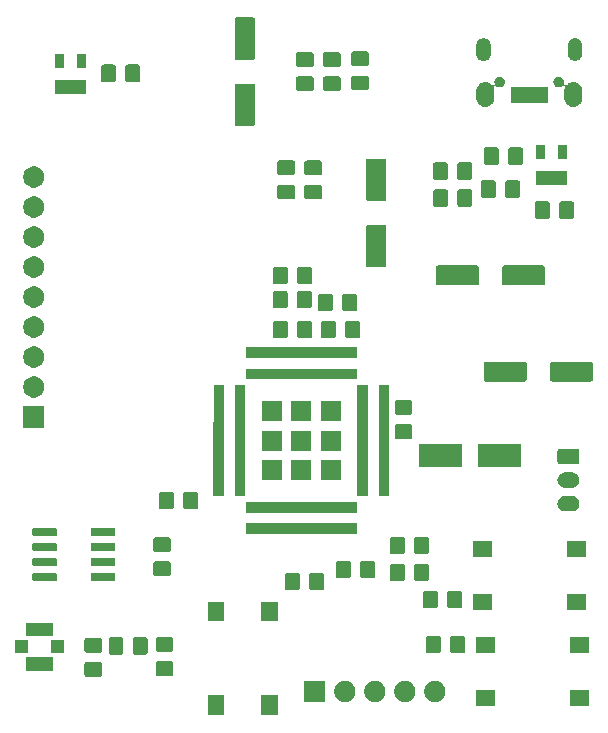
<source format=gbr>
G04 #@! TF.GenerationSoftware,KiCad,Pcbnew,5.1.5-52549c5~84~ubuntu18.04.1*
G04 #@! TF.CreationDate,2020-02-13T14:42:01+01:00*
G04 #@! TF.ProjectId,Project,50726f6a-6563-4742-9e6b-696361645f70,rev?*
G04 #@! TF.SameCoordinates,Original*
G04 #@! TF.FileFunction,Soldermask,Top*
G04 #@! TF.FilePolarity,Negative*
%FSLAX46Y46*%
G04 Gerber Fmt 4.6, Leading zero omitted, Abs format (unit mm)*
G04 Created by KiCad (PCBNEW 5.1.5-52549c5~84~ubuntu18.04.1) date 2020-02-13 14:42:01*
%MOMM*%
%LPD*%
G04 APERTURE LIST*
%ADD10C,0.100000*%
G04 APERTURE END LIST*
D10*
G36*
X273061000Y-299581000D02*
G01*
X271659000Y-299581000D01*
X271659000Y-297929000D01*
X273061000Y-297929000D01*
X273061000Y-299581000D01*
G37*
G36*
X268561000Y-299581000D02*
G01*
X267159000Y-299581000D01*
X267159000Y-297929000D01*
X268561000Y-297929000D01*
X268561000Y-299581000D01*
G37*
G36*
X291491000Y-298861000D02*
G01*
X289839000Y-298861000D01*
X289839000Y-297459000D01*
X291491000Y-297459000D01*
X291491000Y-298861000D01*
G37*
G36*
X299441000Y-298861000D02*
G01*
X297789000Y-298861000D01*
X297789000Y-297459000D01*
X299441000Y-297459000D01*
X299441000Y-298861000D01*
G37*
G36*
X281413512Y-296703927D02*
G01*
X281562812Y-296733624D01*
X281726784Y-296801544D01*
X281874354Y-296900147D01*
X281999853Y-297025646D01*
X282098456Y-297173216D01*
X282166376Y-297337188D01*
X282201000Y-297511259D01*
X282201000Y-297688741D01*
X282166376Y-297862812D01*
X282098456Y-298026784D01*
X281999853Y-298174354D01*
X281874354Y-298299853D01*
X281726784Y-298398456D01*
X281562812Y-298466376D01*
X281413512Y-298496073D01*
X281388742Y-298501000D01*
X281211258Y-298501000D01*
X281186488Y-298496073D01*
X281037188Y-298466376D01*
X280873216Y-298398456D01*
X280725646Y-298299853D01*
X280600147Y-298174354D01*
X280501544Y-298026784D01*
X280433624Y-297862812D01*
X280399000Y-297688741D01*
X280399000Y-297511259D01*
X280433624Y-297337188D01*
X280501544Y-297173216D01*
X280600147Y-297025646D01*
X280725646Y-296900147D01*
X280873216Y-296801544D01*
X281037188Y-296733624D01*
X281186488Y-296703927D01*
X281211258Y-296699000D01*
X281388742Y-296699000D01*
X281413512Y-296703927D01*
G37*
G36*
X278873512Y-296703927D02*
G01*
X279022812Y-296733624D01*
X279186784Y-296801544D01*
X279334354Y-296900147D01*
X279459853Y-297025646D01*
X279558456Y-297173216D01*
X279626376Y-297337188D01*
X279661000Y-297511259D01*
X279661000Y-297688741D01*
X279626376Y-297862812D01*
X279558456Y-298026784D01*
X279459853Y-298174354D01*
X279334354Y-298299853D01*
X279186784Y-298398456D01*
X279022812Y-298466376D01*
X278873512Y-298496073D01*
X278848742Y-298501000D01*
X278671258Y-298501000D01*
X278646488Y-298496073D01*
X278497188Y-298466376D01*
X278333216Y-298398456D01*
X278185646Y-298299853D01*
X278060147Y-298174354D01*
X277961544Y-298026784D01*
X277893624Y-297862812D01*
X277859000Y-297688741D01*
X277859000Y-297511259D01*
X277893624Y-297337188D01*
X277961544Y-297173216D01*
X278060147Y-297025646D01*
X278185646Y-296900147D01*
X278333216Y-296801544D01*
X278497188Y-296733624D01*
X278646488Y-296703927D01*
X278671258Y-296699000D01*
X278848742Y-296699000D01*
X278873512Y-296703927D01*
G37*
G36*
X277121000Y-298501000D02*
G01*
X275319000Y-298501000D01*
X275319000Y-296699000D01*
X277121000Y-296699000D01*
X277121000Y-298501000D01*
G37*
G36*
X286493512Y-296703927D02*
G01*
X286642812Y-296733624D01*
X286806784Y-296801544D01*
X286954354Y-296900147D01*
X287079853Y-297025646D01*
X287178456Y-297173216D01*
X287246376Y-297337188D01*
X287281000Y-297511259D01*
X287281000Y-297688741D01*
X287246376Y-297862812D01*
X287178456Y-298026784D01*
X287079853Y-298174354D01*
X286954354Y-298299853D01*
X286806784Y-298398456D01*
X286642812Y-298466376D01*
X286493512Y-298496073D01*
X286468742Y-298501000D01*
X286291258Y-298501000D01*
X286266488Y-298496073D01*
X286117188Y-298466376D01*
X285953216Y-298398456D01*
X285805646Y-298299853D01*
X285680147Y-298174354D01*
X285581544Y-298026784D01*
X285513624Y-297862812D01*
X285479000Y-297688741D01*
X285479000Y-297511259D01*
X285513624Y-297337188D01*
X285581544Y-297173216D01*
X285680147Y-297025646D01*
X285805646Y-296900147D01*
X285953216Y-296801544D01*
X286117188Y-296733624D01*
X286266488Y-296703927D01*
X286291258Y-296699000D01*
X286468742Y-296699000D01*
X286493512Y-296703927D01*
G37*
G36*
X283953512Y-296703927D02*
G01*
X284102812Y-296733624D01*
X284266784Y-296801544D01*
X284414354Y-296900147D01*
X284539853Y-297025646D01*
X284638456Y-297173216D01*
X284706376Y-297337188D01*
X284741000Y-297511259D01*
X284741000Y-297688741D01*
X284706376Y-297862812D01*
X284638456Y-298026784D01*
X284539853Y-298174354D01*
X284414354Y-298299853D01*
X284266784Y-298398456D01*
X284102812Y-298466376D01*
X283953512Y-298496073D01*
X283928742Y-298501000D01*
X283751258Y-298501000D01*
X283726488Y-298496073D01*
X283577188Y-298466376D01*
X283413216Y-298398456D01*
X283265646Y-298299853D01*
X283140147Y-298174354D01*
X283041544Y-298026784D01*
X282973624Y-297862812D01*
X282939000Y-297688741D01*
X282939000Y-297511259D01*
X282973624Y-297337188D01*
X283041544Y-297173216D01*
X283140147Y-297025646D01*
X283265646Y-296900147D01*
X283413216Y-296801544D01*
X283577188Y-296733624D01*
X283726488Y-296703927D01*
X283751258Y-296699000D01*
X283928742Y-296699000D01*
X283953512Y-296703927D01*
G37*
G36*
X258048674Y-295103465D02*
G01*
X258086367Y-295114899D01*
X258121103Y-295133466D01*
X258151548Y-295158452D01*
X258176534Y-295188897D01*
X258195101Y-295223633D01*
X258206535Y-295261326D01*
X258211000Y-295306661D01*
X258211000Y-296143339D01*
X258206535Y-296188674D01*
X258195101Y-296226367D01*
X258176534Y-296261103D01*
X258151548Y-296291548D01*
X258121103Y-296316534D01*
X258086367Y-296335101D01*
X258048674Y-296346535D01*
X258003339Y-296351000D01*
X256916661Y-296351000D01*
X256871326Y-296346535D01*
X256833633Y-296335101D01*
X256798897Y-296316534D01*
X256768452Y-296291548D01*
X256743466Y-296261103D01*
X256724899Y-296226367D01*
X256713465Y-296188674D01*
X256709000Y-296143339D01*
X256709000Y-295306661D01*
X256713465Y-295261326D01*
X256724899Y-295223633D01*
X256743466Y-295188897D01*
X256768452Y-295158452D01*
X256798897Y-295133466D01*
X256833633Y-295114899D01*
X256871326Y-295103465D01*
X256916661Y-295099000D01*
X258003339Y-295099000D01*
X258048674Y-295103465D01*
G37*
G36*
X264078674Y-295038465D02*
G01*
X264116367Y-295049899D01*
X264151103Y-295068466D01*
X264181548Y-295093452D01*
X264206534Y-295123897D01*
X264225101Y-295158633D01*
X264236535Y-295196326D01*
X264241000Y-295241661D01*
X264241000Y-296078339D01*
X264236535Y-296123674D01*
X264225101Y-296161367D01*
X264206534Y-296196103D01*
X264181548Y-296226548D01*
X264151103Y-296251534D01*
X264116367Y-296270101D01*
X264078674Y-296281535D01*
X264033339Y-296286000D01*
X262946661Y-296286000D01*
X262901326Y-296281535D01*
X262863633Y-296270101D01*
X262828897Y-296251534D01*
X262798452Y-296226548D01*
X262773466Y-296196103D01*
X262754899Y-296161367D01*
X262743465Y-296123674D01*
X262739000Y-296078339D01*
X262739000Y-295241661D01*
X262743465Y-295196326D01*
X262754899Y-295158633D01*
X262773466Y-295123897D01*
X262798452Y-295093452D01*
X262828897Y-295068466D01*
X262863633Y-295049899D01*
X262901326Y-295038465D01*
X262946661Y-295034000D01*
X264033339Y-295034000D01*
X264078674Y-295038465D01*
G37*
G36*
X254041000Y-295866000D02*
G01*
X251739000Y-295866000D01*
X251739000Y-294714000D01*
X254041000Y-294714000D01*
X254041000Y-295866000D01*
G37*
G36*
X261893674Y-292983465D02*
G01*
X261931367Y-292994899D01*
X261966103Y-293013466D01*
X261996548Y-293038452D01*
X262021534Y-293068897D01*
X262040101Y-293103633D01*
X262051535Y-293141326D01*
X262056000Y-293186661D01*
X262056000Y-294273339D01*
X262051535Y-294318674D01*
X262040101Y-294356367D01*
X262021534Y-294391103D01*
X261996548Y-294421548D01*
X261966103Y-294446534D01*
X261931367Y-294465101D01*
X261893674Y-294476535D01*
X261848339Y-294481000D01*
X261011661Y-294481000D01*
X260966326Y-294476535D01*
X260928633Y-294465101D01*
X260893897Y-294446534D01*
X260863452Y-294421548D01*
X260838466Y-294391103D01*
X260819899Y-294356367D01*
X260808465Y-294318674D01*
X260804000Y-294273339D01*
X260804000Y-293186661D01*
X260808465Y-293141326D01*
X260819899Y-293103633D01*
X260838466Y-293068897D01*
X260863452Y-293038452D01*
X260893897Y-293013466D01*
X260928633Y-292994899D01*
X260966326Y-292983465D01*
X261011661Y-292979000D01*
X261848339Y-292979000D01*
X261893674Y-292983465D01*
G37*
G36*
X259843674Y-292983465D02*
G01*
X259881367Y-292994899D01*
X259916103Y-293013466D01*
X259946548Y-293038452D01*
X259971534Y-293068897D01*
X259990101Y-293103633D01*
X260001535Y-293141326D01*
X260006000Y-293186661D01*
X260006000Y-294273339D01*
X260001535Y-294318674D01*
X259990101Y-294356367D01*
X259971534Y-294391103D01*
X259946548Y-294421548D01*
X259916103Y-294446534D01*
X259881367Y-294465101D01*
X259843674Y-294476535D01*
X259798339Y-294481000D01*
X258961661Y-294481000D01*
X258916326Y-294476535D01*
X258878633Y-294465101D01*
X258843897Y-294446534D01*
X258813452Y-294421548D01*
X258788466Y-294391103D01*
X258769899Y-294356367D01*
X258758465Y-294318674D01*
X258754000Y-294273339D01*
X258754000Y-293186661D01*
X258758465Y-293141326D01*
X258769899Y-293103633D01*
X258788466Y-293068897D01*
X258813452Y-293038452D01*
X258843897Y-293013466D01*
X258878633Y-292994899D01*
X258916326Y-292983465D01*
X258961661Y-292979000D01*
X259798339Y-292979000D01*
X259843674Y-292983465D01*
G37*
G36*
X286721674Y-292877465D02*
G01*
X286759367Y-292888899D01*
X286794103Y-292907466D01*
X286824548Y-292932452D01*
X286849534Y-292962897D01*
X286868101Y-292997633D01*
X286879535Y-293035326D01*
X286884000Y-293080661D01*
X286884000Y-294167339D01*
X286879535Y-294212674D01*
X286868101Y-294250367D01*
X286849534Y-294285103D01*
X286824548Y-294315548D01*
X286794103Y-294340534D01*
X286759367Y-294359101D01*
X286721674Y-294370535D01*
X286676339Y-294375000D01*
X285839661Y-294375000D01*
X285794326Y-294370535D01*
X285756633Y-294359101D01*
X285721897Y-294340534D01*
X285691452Y-294315548D01*
X285666466Y-294285103D01*
X285647899Y-294250367D01*
X285636465Y-294212674D01*
X285632000Y-294167339D01*
X285632000Y-293080661D01*
X285636465Y-293035326D01*
X285647899Y-292997633D01*
X285666466Y-292962897D01*
X285691452Y-292932452D01*
X285721897Y-292907466D01*
X285756633Y-292888899D01*
X285794326Y-292877465D01*
X285839661Y-292873000D01*
X286676339Y-292873000D01*
X286721674Y-292877465D01*
G37*
G36*
X288771674Y-292877465D02*
G01*
X288809367Y-292888899D01*
X288844103Y-292907466D01*
X288874548Y-292932452D01*
X288899534Y-292962897D01*
X288918101Y-292997633D01*
X288929535Y-293035326D01*
X288934000Y-293080661D01*
X288934000Y-294167339D01*
X288929535Y-294212674D01*
X288918101Y-294250367D01*
X288899534Y-294285103D01*
X288874548Y-294315548D01*
X288844103Y-294340534D01*
X288809367Y-294359101D01*
X288771674Y-294370535D01*
X288726339Y-294375000D01*
X287889661Y-294375000D01*
X287844326Y-294370535D01*
X287806633Y-294359101D01*
X287771897Y-294340534D01*
X287741452Y-294315548D01*
X287716466Y-294285103D01*
X287697899Y-294250367D01*
X287686465Y-294212674D01*
X287682000Y-294167339D01*
X287682000Y-293080661D01*
X287686465Y-293035326D01*
X287697899Y-292997633D01*
X287716466Y-292962897D01*
X287741452Y-292932452D01*
X287771897Y-292907466D01*
X287806633Y-292888899D01*
X287844326Y-292877465D01*
X287889661Y-292873000D01*
X288726339Y-292873000D01*
X288771674Y-292877465D01*
G37*
G36*
X254941000Y-294366000D02*
G01*
X253839000Y-294366000D01*
X253839000Y-293264000D01*
X254941000Y-293264000D01*
X254941000Y-294366000D01*
G37*
G36*
X251941000Y-294366000D02*
G01*
X250839000Y-294366000D01*
X250839000Y-293264000D01*
X251941000Y-293264000D01*
X251941000Y-294366000D01*
G37*
G36*
X299441000Y-294361000D02*
G01*
X297789000Y-294361000D01*
X297789000Y-292959000D01*
X299441000Y-292959000D01*
X299441000Y-294361000D01*
G37*
G36*
X291491000Y-294361000D02*
G01*
X289839000Y-294361000D01*
X289839000Y-292959000D01*
X291491000Y-292959000D01*
X291491000Y-294361000D01*
G37*
G36*
X258048674Y-293053465D02*
G01*
X258086367Y-293064899D01*
X258121103Y-293083466D01*
X258151548Y-293108452D01*
X258176534Y-293138897D01*
X258195101Y-293173633D01*
X258206535Y-293211326D01*
X258211000Y-293256661D01*
X258211000Y-294093339D01*
X258206535Y-294138674D01*
X258195101Y-294176367D01*
X258176534Y-294211103D01*
X258151548Y-294241548D01*
X258121103Y-294266534D01*
X258086367Y-294285101D01*
X258048674Y-294296535D01*
X258003339Y-294301000D01*
X256916661Y-294301000D01*
X256871326Y-294296535D01*
X256833633Y-294285101D01*
X256798897Y-294266534D01*
X256768452Y-294241548D01*
X256743466Y-294211103D01*
X256724899Y-294176367D01*
X256713465Y-294138674D01*
X256709000Y-294093339D01*
X256709000Y-293256661D01*
X256713465Y-293211326D01*
X256724899Y-293173633D01*
X256743466Y-293138897D01*
X256768452Y-293108452D01*
X256798897Y-293083466D01*
X256833633Y-293064899D01*
X256871326Y-293053465D01*
X256916661Y-293049000D01*
X258003339Y-293049000D01*
X258048674Y-293053465D01*
G37*
G36*
X264078674Y-292988465D02*
G01*
X264116367Y-292999899D01*
X264151103Y-293018466D01*
X264181548Y-293043452D01*
X264206534Y-293073897D01*
X264225101Y-293108633D01*
X264236535Y-293146326D01*
X264241000Y-293191661D01*
X264241000Y-294028339D01*
X264236535Y-294073674D01*
X264225101Y-294111367D01*
X264206534Y-294146103D01*
X264181548Y-294176548D01*
X264151103Y-294201534D01*
X264116367Y-294220101D01*
X264078674Y-294231535D01*
X264033339Y-294236000D01*
X262946661Y-294236000D01*
X262901326Y-294231535D01*
X262863633Y-294220101D01*
X262828897Y-294201534D01*
X262798452Y-294176548D01*
X262773466Y-294146103D01*
X262754899Y-294111367D01*
X262743465Y-294073674D01*
X262739000Y-294028339D01*
X262739000Y-293191661D01*
X262743465Y-293146326D01*
X262754899Y-293108633D01*
X262773466Y-293073897D01*
X262798452Y-293043452D01*
X262828897Y-293018466D01*
X262863633Y-292999899D01*
X262901326Y-292988465D01*
X262946661Y-292984000D01*
X264033339Y-292984000D01*
X264078674Y-292988465D01*
G37*
G36*
X254041000Y-292916000D02*
G01*
X251739000Y-292916000D01*
X251739000Y-291764000D01*
X254041000Y-291764000D01*
X254041000Y-292916000D01*
G37*
G36*
X273061000Y-291631000D02*
G01*
X271659000Y-291631000D01*
X271659000Y-289979000D01*
X273061000Y-289979000D01*
X273061000Y-291631000D01*
G37*
G36*
X268561000Y-291631000D02*
G01*
X267159000Y-291631000D01*
X267159000Y-289979000D01*
X268561000Y-289979000D01*
X268561000Y-291631000D01*
G37*
G36*
X291237000Y-290733000D02*
G01*
X289585000Y-290733000D01*
X289585000Y-289331000D01*
X291237000Y-289331000D01*
X291237000Y-290733000D01*
G37*
G36*
X299187000Y-290733000D02*
G01*
X297535000Y-290733000D01*
X297535000Y-289331000D01*
X299187000Y-289331000D01*
X299187000Y-290733000D01*
G37*
G36*
X288517674Y-289067465D02*
G01*
X288555367Y-289078899D01*
X288590103Y-289097466D01*
X288620548Y-289122452D01*
X288645534Y-289152897D01*
X288664101Y-289187633D01*
X288675535Y-289225326D01*
X288680000Y-289270661D01*
X288680000Y-290357339D01*
X288675535Y-290402674D01*
X288664101Y-290440367D01*
X288645534Y-290475103D01*
X288620548Y-290505548D01*
X288590103Y-290530534D01*
X288555367Y-290549101D01*
X288517674Y-290560535D01*
X288472339Y-290565000D01*
X287635661Y-290565000D01*
X287590326Y-290560535D01*
X287552633Y-290549101D01*
X287517897Y-290530534D01*
X287487452Y-290505548D01*
X287462466Y-290475103D01*
X287443899Y-290440367D01*
X287432465Y-290402674D01*
X287428000Y-290357339D01*
X287428000Y-289270661D01*
X287432465Y-289225326D01*
X287443899Y-289187633D01*
X287462466Y-289152897D01*
X287487452Y-289122452D01*
X287517897Y-289097466D01*
X287552633Y-289078899D01*
X287590326Y-289067465D01*
X287635661Y-289063000D01*
X288472339Y-289063000D01*
X288517674Y-289067465D01*
G37*
G36*
X286467674Y-289067465D02*
G01*
X286505367Y-289078899D01*
X286540103Y-289097466D01*
X286570548Y-289122452D01*
X286595534Y-289152897D01*
X286614101Y-289187633D01*
X286625535Y-289225326D01*
X286630000Y-289270661D01*
X286630000Y-290357339D01*
X286625535Y-290402674D01*
X286614101Y-290440367D01*
X286595534Y-290475103D01*
X286570548Y-290505548D01*
X286540103Y-290530534D01*
X286505367Y-290549101D01*
X286467674Y-290560535D01*
X286422339Y-290565000D01*
X285585661Y-290565000D01*
X285540326Y-290560535D01*
X285502633Y-290549101D01*
X285467897Y-290530534D01*
X285437452Y-290505548D01*
X285412466Y-290475103D01*
X285393899Y-290440367D01*
X285382465Y-290402674D01*
X285378000Y-290357339D01*
X285378000Y-289270661D01*
X285382465Y-289225326D01*
X285393899Y-289187633D01*
X285412466Y-289152897D01*
X285437452Y-289122452D01*
X285467897Y-289097466D01*
X285502633Y-289078899D01*
X285540326Y-289067465D01*
X285585661Y-289063000D01*
X286422339Y-289063000D01*
X286467674Y-289067465D01*
G37*
G36*
X276833674Y-287543465D02*
G01*
X276871367Y-287554899D01*
X276906103Y-287573466D01*
X276936548Y-287598452D01*
X276961534Y-287628897D01*
X276980101Y-287663633D01*
X276991535Y-287701326D01*
X276996000Y-287746661D01*
X276996000Y-288833339D01*
X276991535Y-288878674D01*
X276980101Y-288916367D01*
X276961534Y-288951103D01*
X276936548Y-288981548D01*
X276906103Y-289006534D01*
X276871367Y-289025101D01*
X276833674Y-289036535D01*
X276788339Y-289041000D01*
X275951661Y-289041000D01*
X275906326Y-289036535D01*
X275868633Y-289025101D01*
X275833897Y-289006534D01*
X275803452Y-288981548D01*
X275778466Y-288951103D01*
X275759899Y-288916367D01*
X275748465Y-288878674D01*
X275744000Y-288833339D01*
X275744000Y-287746661D01*
X275748465Y-287701326D01*
X275759899Y-287663633D01*
X275778466Y-287628897D01*
X275803452Y-287598452D01*
X275833897Y-287573466D01*
X275868633Y-287554899D01*
X275906326Y-287543465D01*
X275951661Y-287539000D01*
X276788339Y-287539000D01*
X276833674Y-287543465D01*
G37*
G36*
X274783674Y-287543465D02*
G01*
X274821367Y-287554899D01*
X274856103Y-287573466D01*
X274886548Y-287598452D01*
X274911534Y-287628897D01*
X274930101Y-287663633D01*
X274941535Y-287701326D01*
X274946000Y-287746661D01*
X274946000Y-288833339D01*
X274941535Y-288878674D01*
X274930101Y-288916367D01*
X274911534Y-288951103D01*
X274886548Y-288981548D01*
X274856103Y-289006534D01*
X274821367Y-289025101D01*
X274783674Y-289036535D01*
X274738339Y-289041000D01*
X273901661Y-289041000D01*
X273856326Y-289036535D01*
X273818633Y-289025101D01*
X273783897Y-289006534D01*
X273753452Y-288981548D01*
X273728466Y-288951103D01*
X273709899Y-288916367D01*
X273698465Y-288878674D01*
X273694000Y-288833339D01*
X273694000Y-287746661D01*
X273698465Y-287701326D01*
X273709899Y-287663633D01*
X273728466Y-287628897D01*
X273753452Y-287598452D01*
X273783897Y-287573466D01*
X273818633Y-287554899D01*
X273856326Y-287543465D01*
X273901661Y-287539000D01*
X274738339Y-287539000D01*
X274783674Y-287543465D01*
G37*
G36*
X283664674Y-286781465D02*
G01*
X283702367Y-286792899D01*
X283737103Y-286811466D01*
X283767548Y-286836452D01*
X283792534Y-286866897D01*
X283811101Y-286901633D01*
X283822535Y-286939326D01*
X283827000Y-286984661D01*
X283827000Y-288071339D01*
X283822535Y-288116674D01*
X283811101Y-288154367D01*
X283792534Y-288189103D01*
X283767548Y-288219548D01*
X283737103Y-288244534D01*
X283702367Y-288263101D01*
X283664674Y-288274535D01*
X283619339Y-288279000D01*
X282782661Y-288279000D01*
X282737326Y-288274535D01*
X282699633Y-288263101D01*
X282664897Y-288244534D01*
X282634452Y-288219548D01*
X282609466Y-288189103D01*
X282590899Y-288154367D01*
X282579465Y-288116674D01*
X282575000Y-288071339D01*
X282575000Y-286984661D01*
X282579465Y-286939326D01*
X282590899Y-286901633D01*
X282609466Y-286866897D01*
X282634452Y-286836452D01*
X282664897Y-286811466D01*
X282699633Y-286792899D01*
X282737326Y-286781465D01*
X282782661Y-286777000D01*
X283619339Y-286777000D01*
X283664674Y-286781465D01*
G37*
G36*
X285714674Y-286781465D02*
G01*
X285752367Y-286792899D01*
X285787103Y-286811466D01*
X285817548Y-286836452D01*
X285842534Y-286866897D01*
X285861101Y-286901633D01*
X285872535Y-286939326D01*
X285877000Y-286984661D01*
X285877000Y-288071339D01*
X285872535Y-288116674D01*
X285861101Y-288154367D01*
X285842534Y-288189103D01*
X285817548Y-288219548D01*
X285787103Y-288244534D01*
X285752367Y-288263101D01*
X285714674Y-288274535D01*
X285669339Y-288279000D01*
X284832661Y-288279000D01*
X284787326Y-288274535D01*
X284749633Y-288263101D01*
X284714897Y-288244534D01*
X284684452Y-288219548D01*
X284659466Y-288189103D01*
X284640899Y-288154367D01*
X284629465Y-288116674D01*
X284625000Y-288071339D01*
X284625000Y-286984661D01*
X284629465Y-286939326D01*
X284640899Y-286901633D01*
X284659466Y-286866897D01*
X284684452Y-286836452D01*
X284714897Y-286811466D01*
X284749633Y-286792899D01*
X284787326Y-286781465D01*
X284832661Y-286777000D01*
X285669339Y-286777000D01*
X285714674Y-286781465D01*
G37*
G36*
X254269928Y-287556764D02*
G01*
X254291009Y-287563160D01*
X254310445Y-287573548D01*
X254327476Y-287587524D01*
X254341452Y-287604555D01*
X254351840Y-287623991D01*
X254358236Y-287645072D01*
X254361000Y-287673140D01*
X254361000Y-288136860D01*
X254358236Y-288164928D01*
X254351840Y-288186009D01*
X254341452Y-288205445D01*
X254327476Y-288222476D01*
X254310445Y-288236452D01*
X254291009Y-288246840D01*
X254269928Y-288253236D01*
X254241860Y-288256000D01*
X252428140Y-288256000D01*
X252400072Y-288253236D01*
X252378991Y-288246840D01*
X252359555Y-288236452D01*
X252342524Y-288222476D01*
X252328548Y-288205445D01*
X252318160Y-288186009D01*
X252311764Y-288164928D01*
X252309000Y-288136860D01*
X252309000Y-287673140D01*
X252311764Y-287645072D01*
X252318160Y-287623991D01*
X252328548Y-287604555D01*
X252342524Y-287587524D01*
X252359555Y-287573548D01*
X252378991Y-287563160D01*
X252400072Y-287556764D01*
X252428140Y-287554000D01*
X254241860Y-287554000D01*
X254269928Y-287556764D01*
G37*
G36*
X259219928Y-287556764D02*
G01*
X259241009Y-287563160D01*
X259260445Y-287573548D01*
X259277476Y-287587524D01*
X259291452Y-287604555D01*
X259301840Y-287623991D01*
X259308236Y-287645072D01*
X259311000Y-287673140D01*
X259311000Y-288136860D01*
X259308236Y-288164928D01*
X259301840Y-288186009D01*
X259291452Y-288205445D01*
X259277476Y-288222476D01*
X259260445Y-288236452D01*
X259241009Y-288246840D01*
X259219928Y-288253236D01*
X259191860Y-288256000D01*
X257378140Y-288256000D01*
X257350072Y-288253236D01*
X257328991Y-288246840D01*
X257309555Y-288236452D01*
X257292524Y-288222476D01*
X257278548Y-288205445D01*
X257268160Y-288186009D01*
X257261764Y-288164928D01*
X257259000Y-288136860D01*
X257259000Y-287673140D01*
X257261764Y-287645072D01*
X257268160Y-287623991D01*
X257278548Y-287604555D01*
X257292524Y-287587524D01*
X257309555Y-287573548D01*
X257328991Y-287563160D01*
X257350072Y-287556764D01*
X257378140Y-287554000D01*
X259191860Y-287554000D01*
X259219928Y-287556764D01*
G37*
G36*
X281151674Y-286527465D02*
G01*
X281189367Y-286538899D01*
X281224103Y-286557466D01*
X281254548Y-286582452D01*
X281279534Y-286612897D01*
X281298101Y-286647633D01*
X281309535Y-286685326D01*
X281314000Y-286730661D01*
X281314000Y-287817339D01*
X281309535Y-287862674D01*
X281298101Y-287900367D01*
X281279534Y-287935103D01*
X281254548Y-287965548D01*
X281224103Y-287990534D01*
X281189367Y-288009101D01*
X281151674Y-288020535D01*
X281106339Y-288025000D01*
X280269661Y-288025000D01*
X280224326Y-288020535D01*
X280186633Y-288009101D01*
X280151897Y-287990534D01*
X280121452Y-287965548D01*
X280096466Y-287935103D01*
X280077899Y-287900367D01*
X280066465Y-287862674D01*
X280062000Y-287817339D01*
X280062000Y-286730661D01*
X280066465Y-286685326D01*
X280077899Y-286647633D01*
X280096466Y-286612897D01*
X280121452Y-286582452D01*
X280151897Y-286557466D01*
X280186633Y-286538899D01*
X280224326Y-286527465D01*
X280269661Y-286523000D01*
X281106339Y-286523000D01*
X281151674Y-286527465D01*
G37*
G36*
X279101674Y-286527465D02*
G01*
X279139367Y-286538899D01*
X279174103Y-286557466D01*
X279204548Y-286582452D01*
X279229534Y-286612897D01*
X279248101Y-286647633D01*
X279259535Y-286685326D01*
X279264000Y-286730661D01*
X279264000Y-287817339D01*
X279259535Y-287862674D01*
X279248101Y-287900367D01*
X279229534Y-287935103D01*
X279204548Y-287965548D01*
X279174103Y-287990534D01*
X279139367Y-288009101D01*
X279101674Y-288020535D01*
X279056339Y-288025000D01*
X278219661Y-288025000D01*
X278174326Y-288020535D01*
X278136633Y-288009101D01*
X278101897Y-287990534D01*
X278071452Y-287965548D01*
X278046466Y-287935103D01*
X278027899Y-287900367D01*
X278016465Y-287862674D01*
X278012000Y-287817339D01*
X278012000Y-286730661D01*
X278016465Y-286685326D01*
X278027899Y-286647633D01*
X278046466Y-286612897D01*
X278071452Y-286582452D01*
X278101897Y-286557466D01*
X278136633Y-286538899D01*
X278174326Y-286527465D01*
X278219661Y-286523000D01*
X279056339Y-286523000D01*
X279101674Y-286527465D01*
G37*
G36*
X263868674Y-286583465D02*
G01*
X263906367Y-286594899D01*
X263941103Y-286613466D01*
X263971548Y-286638452D01*
X263996534Y-286668897D01*
X264015101Y-286703633D01*
X264026535Y-286741326D01*
X264031000Y-286786661D01*
X264031000Y-287623339D01*
X264026535Y-287668674D01*
X264015101Y-287706367D01*
X263996534Y-287741103D01*
X263971548Y-287771548D01*
X263941103Y-287796534D01*
X263906367Y-287815101D01*
X263868674Y-287826535D01*
X263823339Y-287831000D01*
X262736661Y-287831000D01*
X262691326Y-287826535D01*
X262653633Y-287815101D01*
X262618897Y-287796534D01*
X262588452Y-287771548D01*
X262563466Y-287741103D01*
X262544899Y-287706367D01*
X262533465Y-287668674D01*
X262529000Y-287623339D01*
X262529000Y-286786661D01*
X262533465Y-286741326D01*
X262544899Y-286703633D01*
X262563466Y-286668897D01*
X262588452Y-286638452D01*
X262618897Y-286613466D01*
X262653633Y-286594899D01*
X262691326Y-286583465D01*
X262736661Y-286579000D01*
X263823339Y-286579000D01*
X263868674Y-286583465D01*
G37*
G36*
X254269928Y-286286764D02*
G01*
X254291009Y-286293160D01*
X254310445Y-286303548D01*
X254327476Y-286317524D01*
X254341452Y-286334555D01*
X254351840Y-286353991D01*
X254358236Y-286375072D01*
X254361000Y-286403140D01*
X254361000Y-286866860D01*
X254358236Y-286894928D01*
X254351840Y-286916009D01*
X254341452Y-286935445D01*
X254327476Y-286952476D01*
X254310445Y-286966452D01*
X254291009Y-286976840D01*
X254269928Y-286983236D01*
X254241860Y-286986000D01*
X252428140Y-286986000D01*
X252400072Y-286983236D01*
X252378991Y-286976840D01*
X252359555Y-286966452D01*
X252342524Y-286952476D01*
X252328548Y-286935445D01*
X252318160Y-286916009D01*
X252311764Y-286894928D01*
X252309000Y-286866860D01*
X252309000Y-286403140D01*
X252311764Y-286375072D01*
X252318160Y-286353991D01*
X252328548Y-286334555D01*
X252342524Y-286317524D01*
X252359555Y-286303548D01*
X252378991Y-286293160D01*
X252400072Y-286286764D01*
X252428140Y-286284000D01*
X254241860Y-286284000D01*
X254269928Y-286286764D01*
G37*
G36*
X259219928Y-286286764D02*
G01*
X259241009Y-286293160D01*
X259260445Y-286303548D01*
X259277476Y-286317524D01*
X259291452Y-286334555D01*
X259301840Y-286353991D01*
X259308236Y-286375072D01*
X259311000Y-286403140D01*
X259311000Y-286866860D01*
X259308236Y-286894928D01*
X259301840Y-286916009D01*
X259291452Y-286935445D01*
X259277476Y-286952476D01*
X259260445Y-286966452D01*
X259241009Y-286976840D01*
X259219928Y-286983236D01*
X259191860Y-286986000D01*
X257378140Y-286986000D01*
X257350072Y-286983236D01*
X257328991Y-286976840D01*
X257309555Y-286966452D01*
X257292524Y-286952476D01*
X257278548Y-286935445D01*
X257268160Y-286916009D01*
X257261764Y-286894928D01*
X257259000Y-286866860D01*
X257259000Y-286403140D01*
X257261764Y-286375072D01*
X257268160Y-286353991D01*
X257278548Y-286334555D01*
X257292524Y-286317524D01*
X257309555Y-286303548D01*
X257328991Y-286293160D01*
X257350072Y-286286764D01*
X257378140Y-286284000D01*
X259191860Y-286284000D01*
X259219928Y-286286764D01*
G37*
G36*
X299187000Y-286233000D02*
G01*
X297535000Y-286233000D01*
X297535000Y-284831000D01*
X299187000Y-284831000D01*
X299187000Y-286233000D01*
G37*
G36*
X291237000Y-286233000D02*
G01*
X289585000Y-286233000D01*
X289585000Y-284831000D01*
X291237000Y-284831000D01*
X291237000Y-286233000D01*
G37*
G36*
X285714674Y-284495465D02*
G01*
X285752367Y-284506899D01*
X285787103Y-284525466D01*
X285817548Y-284550452D01*
X285842534Y-284580897D01*
X285861101Y-284615633D01*
X285872535Y-284653326D01*
X285877000Y-284698661D01*
X285877000Y-285785339D01*
X285872535Y-285830674D01*
X285861101Y-285868367D01*
X285842534Y-285903103D01*
X285817548Y-285933548D01*
X285787103Y-285958534D01*
X285752367Y-285977101D01*
X285714674Y-285988535D01*
X285669339Y-285993000D01*
X284832661Y-285993000D01*
X284787326Y-285988535D01*
X284749633Y-285977101D01*
X284714897Y-285958534D01*
X284684452Y-285933548D01*
X284659466Y-285903103D01*
X284640899Y-285868367D01*
X284629465Y-285830674D01*
X284625000Y-285785339D01*
X284625000Y-284698661D01*
X284629465Y-284653326D01*
X284640899Y-284615633D01*
X284659466Y-284580897D01*
X284684452Y-284550452D01*
X284714897Y-284525466D01*
X284749633Y-284506899D01*
X284787326Y-284495465D01*
X284832661Y-284491000D01*
X285669339Y-284491000D01*
X285714674Y-284495465D01*
G37*
G36*
X283664674Y-284495465D02*
G01*
X283702367Y-284506899D01*
X283737103Y-284525466D01*
X283767548Y-284550452D01*
X283792534Y-284580897D01*
X283811101Y-284615633D01*
X283822535Y-284653326D01*
X283827000Y-284698661D01*
X283827000Y-285785339D01*
X283822535Y-285830674D01*
X283811101Y-285868367D01*
X283792534Y-285903103D01*
X283767548Y-285933548D01*
X283737103Y-285958534D01*
X283702367Y-285977101D01*
X283664674Y-285988535D01*
X283619339Y-285993000D01*
X282782661Y-285993000D01*
X282737326Y-285988535D01*
X282699633Y-285977101D01*
X282664897Y-285958534D01*
X282634452Y-285933548D01*
X282609466Y-285903103D01*
X282590899Y-285868367D01*
X282579465Y-285830674D01*
X282575000Y-285785339D01*
X282575000Y-284698661D01*
X282579465Y-284653326D01*
X282590899Y-284615633D01*
X282609466Y-284580897D01*
X282634452Y-284550452D01*
X282664897Y-284525466D01*
X282699633Y-284506899D01*
X282737326Y-284495465D01*
X282782661Y-284491000D01*
X283619339Y-284491000D01*
X283664674Y-284495465D01*
G37*
G36*
X263868674Y-284533465D02*
G01*
X263906367Y-284544899D01*
X263941103Y-284563466D01*
X263971548Y-284588452D01*
X263996534Y-284618897D01*
X264015101Y-284653633D01*
X264026535Y-284691326D01*
X264031000Y-284736661D01*
X264031000Y-285573339D01*
X264026535Y-285618674D01*
X264015101Y-285656367D01*
X263996534Y-285691103D01*
X263971548Y-285721548D01*
X263941103Y-285746534D01*
X263906367Y-285765101D01*
X263868674Y-285776535D01*
X263823339Y-285781000D01*
X262736661Y-285781000D01*
X262691326Y-285776535D01*
X262653633Y-285765101D01*
X262618897Y-285746534D01*
X262588452Y-285721548D01*
X262563466Y-285691103D01*
X262544899Y-285656367D01*
X262533465Y-285618674D01*
X262529000Y-285573339D01*
X262529000Y-284736661D01*
X262533465Y-284691326D01*
X262544899Y-284653633D01*
X262563466Y-284618897D01*
X262588452Y-284588452D01*
X262618897Y-284563466D01*
X262653633Y-284544899D01*
X262691326Y-284533465D01*
X262736661Y-284529000D01*
X263823339Y-284529000D01*
X263868674Y-284533465D01*
G37*
G36*
X259219928Y-285016764D02*
G01*
X259241009Y-285023160D01*
X259260445Y-285033548D01*
X259277476Y-285047524D01*
X259291452Y-285064555D01*
X259301840Y-285083991D01*
X259308236Y-285105072D01*
X259311000Y-285133140D01*
X259311000Y-285596860D01*
X259308236Y-285624928D01*
X259301840Y-285646009D01*
X259291452Y-285665445D01*
X259277476Y-285682476D01*
X259260445Y-285696452D01*
X259241009Y-285706840D01*
X259219928Y-285713236D01*
X259191860Y-285716000D01*
X257378140Y-285716000D01*
X257350072Y-285713236D01*
X257328991Y-285706840D01*
X257309555Y-285696452D01*
X257292524Y-285682476D01*
X257278548Y-285665445D01*
X257268160Y-285646009D01*
X257261764Y-285624928D01*
X257259000Y-285596860D01*
X257259000Y-285133140D01*
X257261764Y-285105072D01*
X257268160Y-285083991D01*
X257278548Y-285064555D01*
X257292524Y-285047524D01*
X257309555Y-285033548D01*
X257328991Y-285023160D01*
X257350072Y-285016764D01*
X257378140Y-285014000D01*
X259191860Y-285014000D01*
X259219928Y-285016764D01*
G37*
G36*
X254269928Y-285016764D02*
G01*
X254291009Y-285023160D01*
X254310445Y-285033548D01*
X254327476Y-285047524D01*
X254341452Y-285064555D01*
X254351840Y-285083991D01*
X254358236Y-285105072D01*
X254361000Y-285133140D01*
X254361000Y-285596860D01*
X254358236Y-285624928D01*
X254351840Y-285646009D01*
X254341452Y-285665445D01*
X254327476Y-285682476D01*
X254310445Y-285696452D01*
X254291009Y-285706840D01*
X254269928Y-285713236D01*
X254241860Y-285716000D01*
X252428140Y-285716000D01*
X252400072Y-285713236D01*
X252378991Y-285706840D01*
X252359555Y-285696452D01*
X252342524Y-285682476D01*
X252328548Y-285665445D01*
X252318160Y-285646009D01*
X252311764Y-285624928D01*
X252309000Y-285596860D01*
X252309000Y-285133140D01*
X252311764Y-285105072D01*
X252318160Y-285083991D01*
X252328548Y-285064555D01*
X252342524Y-285047524D01*
X252359555Y-285033548D01*
X252378991Y-285023160D01*
X252400072Y-285016764D01*
X252428140Y-285014000D01*
X254241860Y-285014000D01*
X254269928Y-285016764D01*
G37*
G36*
X259219928Y-283746764D02*
G01*
X259241009Y-283753160D01*
X259260445Y-283763548D01*
X259277476Y-283777524D01*
X259291452Y-283794555D01*
X259301840Y-283813991D01*
X259308236Y-283835072D01*
X259311000Y-283863140D01*
X259311000Y-284326860D01*
X259308236Y-284354928D01*
X259301840Y-284376009D01*
X259291452Y-284395445D01*
X259277476Y-284412476D01*
X259260445Y-284426452D01*
X259241009Y-284436840D01*
X259219928Y-284443236D01*
X259191860Y-284446000D01*
X257378140Y-284446000D01*
X257350072Y-284443236D01*
X257328991Y-284436840D01*
X257309555Y-284426452D01*
X257292524Y-284412476D01*
X257278548Y-284395445D01*
X257268160Y-284376009D01*
X257261764Y-284354928D01*
X257259000Y-284326860D01*
X257259000Y-283863140D01*
X257261764Y-283835072D01*
X257268160Y-283813991D01*
X257278548Y-283794555D01*
X257292524Y-283777524D01*
X257309555Y-283763548D01*
X257328991Y-283753160D01*
X257350072Y-283746764D01*
X257378140Y-283744000D01*
X259191860Y-283744000D01*
X259219928Y-283746764D01*
G37*
G36*
X254269928Y-283746764D02*
G01*
X254291009Y-283753160D01*
X254310445Y-283763548D01*
X254327476Y-283777524D01*
X254341452Y-283794555D01*
X254351840Y-283813991D01*
X254358236Y-283835072D01*
X254361000Y-283863140D01*
X254361000Y-284326860D01*
X254358236Y-284354928D01*
X254351840Y-284376009D01*
X254341452Y-284395445D01*
X254327476Y-284412476D01*
X254310445Y-284426452D01*
X254291009Y-284436840D01*
X254269928Y-284443236D01*
X254241860Y-284446000D01*
X252428140Y-284446000D01*
X252400072Y-284443236D01*
X252378991Y-284436840D01*
X252359555Y-284426452D01*
X252342524Y-284412476D01*
X252328548Y-284395445D01*
X252318160Y-284376009D01*
X252311764Y-284354928D01*
X252309000Y-284326860D01*
X252309000Y-283863140D01*
X252311764Y-283835072D01*
X252318160Y-283813991D01*
X252328548Y-283794555D01*
X252342524Y-283777524D01*
X252359555Y-283763548D01*
X252378991Y-283753160D01*
X252400072Y-283746764D01*
X252428140Y-283744000D01*
X254241860Y-283744000D01*
X254269928Y-283746764D01*
G37*
G36*
X279783000Y-284253000D02*
G01*
X270381000Y-284253000D01*
X270381000Y-283351000D01*
X279783000Y-283351000D01*
X279783000Y-284253000D01*
G37*
G36*
X279783000Y-282453000D02*
G01*
X270381000Y-282453000D01*
X270381000Y-281551000D01*
X279783000Y-281551000D01*
X279783000Y-282453000D01*
G37*
G36*
X298026855Y-281038140D02*
G01*
X298090618Y-281044420D01*
X298181404Y-281071960D01*
X298213336Y-281081646D01*
X298326425Y-281142094D01*
X298425554Y-281223446D01*
X298506906Y-281322575D01*
X298567354Y-281435664D01*
X298567355Y-281435668D01*
X298604580Y-281558382D01*
X298617149Y-281686000D01*
X298604580Y-281813618D01*
X298577040Y-281904404D01*
X298567354Y-281936336D01*
X298506906Y-282049425D01*
X298425554Y-282148554D01*
X298326425Y-282229906D01*
X298213336Y-282290354D01*
X298181404Y-282300040D01*
X298090618Y-282327580D01*
X298026855Y-282333860D01*
X297994974Y-282337000D01*
X297381026Y-282337000D01*
X297349145Y-282333860D01*
X297285382Y-282327580D01*
X297194596Y-282300040D01*
X297162664Y-282290354D01*
X297049575Y-282229906D01*
X296950446Y-282148554D01*
X296869094Y-282049425D01*
X296808646Y-281936336D01*
X296798960Y-281904404D01*
X296771420Y-281813618D01*
X296758851Y-281686000D01*
X296771420Y-281558382D01*
X296808645Y-281435668D01*
X296808646Y-281435664D01*
X296869094Y-281322575D01*
X296950446Y-281223446D01*
X297049575Y-281142094D01*
X297162664Y-281081646D01*
X297194596Y-281071960D01*
X297285382Y-281044420D01*
X297349145Y-281038140D01*
X297381026Y-281035000D01*
X297994974Y-281035000D01*
X298026855Y-281038140D01*
G37*
G36*
X264115674Y-280685465D02*
G01*
X264153367Y-280696899D01*
X264188103Y-280715466D01*
X264218548Y-280740452D01*
X264243534Y-280770897D01*
X264262101Y-280805633D01*
X264273535Y-280843326D01*
X264278000Y-280888661D01*
X264278000Y-281975339D01*
X264273535Y-282020674D01*
X264262101Y-282058367D01*
X264243534Y-282093103D01*
X264218548Y-282123548D01*
X264188103Y-282148534D01*
X264153367Y-282167101D01*
X264115674Y-282178535D01*
X264070339Y-282183000D01*
X263233661Y-282183000D01*
X263188326Y-282178535D01*
X263150633Y-282167101D01*
X263115897Y-282148534D01*
X263085452Y-282123548D01*
X263060466Y-282093103D01*
X263041899Y-282058367D01*
X263030465Y-282020674D01*
X263026000Y-281975339D01*
X263026000Y-280888661D01*
X263030465Y-280843326D01*
X263041899Y-280805633D01*
X263060466Y-280770897D01*
X263085452Y-280740452D01*
X263115897Y-280715466D01*
X263150633Y-280696899D01*
X263188326Y-280685465D01*
X263233661Y-280681000D01*
X264070339Y-280681000D01*
X264115674Y-280685465D01*
G37*
G36*
X266165674Y-280685465D02*
G01*
X266203367Y-280696899D01*
X266238103Y-280715466D01*
X266268548Y-280740452D01*
X266293534Y-280770897D01*
X266312101Y-280805633D01*
X266323535Y-280843326D01*
X266328000Y-280888661D01*
X266328000Y-281975339D01*
X266323535Y-282020674D01*
X266312101Y-282058367D01*
X266293534Y-282093103D01*
X266268548Y-282123548D01*
X266238103Y-282148534D01*
X266203367Y-282167101D01*
X266165674Y-282178535D01*
X266120339Y-282183000D01*
X265283661Y-282183000D01*
X265238326Y-282178535D01*
X265200633Y-282167101D01*
X265165897Y-282148534D01*
X265135452Y-282123548D01*
X265110466Y-282093103D01*
X265091899Y-282058367D01*
X265080465Y-282020674D01*
X265076000Y-281975339D01*
X265076000Y-280888661D01*
X265080465Y-280843326D01*
X265091899Y-280805633D01*
X265110466Y-280770897D01*
X265135452Y-280740452D01*
X265165897Y-280715466D01*
X265200633Y-280696899D01*
X265238326Y-280685465D01*
X265283661Y-280681000D01*
X266120339Y-280681000D01*
X266165674Y-280685465D01*
G37*
G36*
X268543000Y-274729257D02*
G01*
X268542515Y-274730164D01*
X268535402Y-274753613D01*
X268533000Y-274777999D01*
X268533000Y-281053000D01*
X267631000Y-281053000D01*
X267631000Y-274774743D01*
X267631485Y-274773836D01*
X267638598Y-274750387D01*
X267641000Y-274726001D01*
X267641000Y-271651000D01*
X268543000Y-271651000D01*
X268543000Y-274729257D01*
G37*
G36*
X282533000Y-281053000D02*
G01*
X281631000Y-281053000D01*
X281631000Y-271651000D01*
X282533000Y-271651000D01*
X282533000Y-281053000D01*
G37*
G36*
X270333000Y-281053000D02*
G01*
X269431000Y-281053000D01*
X269431000Y-271651000D01*
X270333000Y-271651000D01*
X270333000Y-281053000D01*
G37*
G36*
X280733000Y-281053000D02*
G01*
X279831000Y-281053000D01*
X279831000Y-271651000D01*
X280733000Y-271651000D01*
X280733000Y-281053000D01*
G37*
G36*
X298026855Y-279038140D02*
G01*
X298090618Y-279044420D01*
X298181404Y-279071960D01*
X298213336Y-279081646D01*
X298326425Y-279142094D01*
X298425554Y-279223446D01*
X298506906Y-279322575D01*
X298567354Y-279435664D01*
X298567355Y-279435668D01*
X298604580Y-279558382D01*
X298617149Y-279686000D01*
X298604580Y-279813618D01*
X298577040Y-279904404D01*
X298567354Y-279936336D01*
X298506906Y-280049425D01*
X298425554Y-280148554D01*
X298326425Y-280229906D01*
X298213336Y-280290354D01*
X298181404Y-280300040D01*
X298090618Y-280327580D01*
X298026855Y-280333860D01*
X297994974Y-280337000D01*
X297381026Y-280337000D01*
X297349145Y-280333860D01*
X297285382Y-280327580D01*
X297194596Y-280300040D01*
X297162664Y-280290354D01*
X297049575Y-280229906D01*
X296950446Y-280148554D01*
X296869094Y-280049425D01*
X296808646Y-279936336D01*
X296798960Y-279904404D01*
X296771420Y-279813618D01*
X296758851Y-279686000D01*
X296771420Y-279558382D01*
X296808645Y-279435668D01*
X296808646Y-279435664D01*
X296869094Y-279322575D01*
X296950446Y-279223446D01*
X297049575Y-279142094D01*
X297162664Y-279081646D01*
X297194596Y-279071960D01*
X297285382Y-279044420D01*
X297349145Y-279038140D01*
X297381026Y-279035000D01*
X297994974Y-279035000D01*
X298026855Y-279038140D01*
G37*
G36*
X278433000Y-279703000D02*
G01*
X276731000Y-279703000D01*
X276731000Y-278001000D01*
X278433000Y-278001000D01*
X278433000Y-279703000D01*
G37*
G36*
X273433000Y-279703000D02*
G01*
X271731000Y-279703000D01*
X271731000Y-278001000D01*
X273433000Y-278001000D01*
X273433000Y-279703000D01*
G37*
G36*
X275933000Y-279703000D02*
G01*
X274231000Y-279703000D01*
X274231000Y-278001000D01*
X275933000Y-278001000D01*
X275933000Y-279703000D01*
G37*
G36*
X293647000Y-278573000D02*
G01*
X290045000Y-278573000D01*
X290045000Y-276671000D01*
X293647000Y-276671000D01*
X293647000Y-278573000D01*
G37*
G36*
X288647000Y-278573000D02*
G01*
X285045000Y-278573000D01*
X285045000Y-276671000D01*
X288647000Y-276671000D01*
X288647000Y-278573000D01*
G37*
G36*
X298454242Y-277039404D02*
G01*
X298491337Y-277050657D01*
X298525515Y-277068925D01*
X298555481Y-277093519D01*
X298580075Y-277123485D01*
X298598343Y-277157663D01*
X298609596Y-277194758D01*
X298614000Y-277239474D01*
X298614000Y-278132526D01*
X298609596Y-278177242D01*
X298598343Y-278214337D01*
X298580075Y-278248515D01*
X298555481Y-278278481D01*
X298525515Y-278303075D01*
X298491337Y-278321343D01*
X298454242Y-278332596D01*
X298409526Y-278337000D01*
X296966474Y-278337000D01*
X296921758Y-278332596D01*
X296884663Y-278321343D01*
X296850485Y-278303075D01*
X296820519Y-278278481D01*
X296795925Y-278248515D01*
X296777657Y-278214337D01*
X296766404Y-278177242D01*
X296762000Y-278132526D01*
X296762000Y-277239474D01*
X296766404Y-277194758D01*
X296777657Y-277157663D01*
X296795925Y-277123485D01*
X296820519Y-277093519D01*
X296850485Y-277068925D01*
X296884663Y-277050657D01*
X296921758Y-277039404D01*
X296966474Y-277035000D01*
X298409526Y-277035000D01*
X298454242Y-277039404D01*
G37*
G36*
X275933000Y-277203000D02*
G01*
X274231000Y-277203000D01*
X274231000Y-275501000D01*
X275933000Y-275501000D01*
X275933000Y-277203000D01*
G37*
G36*
X278433000Y-277203000D02*
G01*
X276731000Y-277203000D01*
X276731000Y-275501000D01*
X278433000Y-275501000D01*
X278433000Y-277203000D01*
G37*
G36*
X273433000Y-277203000D02*
G01*
X271731000Y-277203000D01*
X271731000Y-275501000D01*
X273433000Y-275501000D01*
X273433000Y-277203000D01*
G37*
G36*
X284306674Y-274968465D02*
G01*
X284344367Y-274979899D01*
X284379103Y-274998466D01*
X284409548Y-275023452D01*
X284434534Y-275053897D01*
X284453101Y-275088633D01*
X284464535Y-275126326D01*
X284469000Y-275171661D01*
X284469000Y-276008339D01*
X284464535Y-276053674D01*
X284453101Y-276091367D01*
X284434534Y-276126103D01*
X284409548Y-276156548D01*
X284379103Y-276181534D01*
X284344367Y-276200101D01*
X284306674Y-276211535D01*
X284261339Y-276216000D01*
X283174661Y-276216000D01*
X283129326Y-276211535D01*
X283091633Y-276200101D01*
X283056897Y-276181534D01*
X283026452Y-276156548D01*
X283001466Y-276126103D01*
X282982899Y-276091367D01*
X282971465Y-276053674D01*
X282967000Y-276008339D01*
X282967000Y-275171661D01*
X282971465Y-275126326D01*
X282982899Y-275088633D01*
X283001466Y-275053897D01*
X283026452Y-275023452D01*
X283056897Y-274998466D01*
X283091633Y-274979899D01*
X283129326Y-274968465D01*
X283174661Y-274964000D01*
X284261339Y-274964000D01*
X284306674Y-274968465D01*
G37*
G36*
X253321000Y-275261000D02*
G01*
X251519000Y-275261000D01*
X251519000Y-273459000D01*
X253321000Y-273459000D01*
X253321000Y-275261000D01*
G37*
G36*
X278433000Y-274703000D02*
G01*
X276731000Y-274703000D01*
X276731000Y-273001000D01*
X278433000Y-273001000D01*
X278433000Y-274703000D01*
G37*
G36*
X275933000Y-274703000D02*
G01*
X274231000Y-274703000D01*
X274231000Y-273001000D01*
X275933000Y-273001000D01*
X275933000Y-274703000D01*
G37*
G36*
X273433000Y-274703000D02*
G01*
X271731000Y-274703000D01*
X271731000Y-273001000D01*
X273433000Y-273001000D01*
X273433000Y-274703000D01*
G37*
G36*
X284306674Y-272918465D02*
G01*
X284344367Y-272929899D01*
X284379103Y-272948466D01*
X284409548Y-272973452D01*
X284434534Y-273003897D01*
X284453101Y-273038633D01*
X284464535Y-273076326D01*
X284469000Y-273121661D01*
X284469000Y-273958339D01*
X284464535Y-274003674D01*
X284453101Y-274041367D01*
X284434534Y-274076103D01*
X284409548Y-274106548D01*
X284379103Y-274131534D01*
X284344367Y-274150101D01*
X284306674Y-274161535D01*
X284261339Y-274166000D01*
X283174661Y-274166000D01*
X283129326Y-274161535D01*
X283091633Y-274150101D01*
X283056897Y-274131534D01*
X283026452Y-274106548D01*
X283001466Y-274076103D01*
X282982899Y-274041367D01*
X282971465Y-274003674D01*
X282967000Y-273958339D01*
X282967000Y-273121661D01*
X282971465Y-273076326D01*
X282982899Y-273038633D01*
X283001466Y-273003897D01*
X283026452Y-272973452D01*
X283056897Y-272948466D01*
X283091633Y-272929899D01*
X283129326Y-272918465D01*
X283174661Y-272914000D01*
X284261339Y-272914000D01*
X284306674Y-272918465D01*
G37*
G36*
X252533512Y-270923927D02*
G01*
X252682812Y-270953624D01*
X252846784Y-271021544D01*
X252994354Y-271120147D01*
X253119853Y-271245646D01*
X253218456Y-271393216D01*
X253286376Y-271557188D01*
X253321000Y-271731259D01*
X253321000Y-271908741D01*
X253286376Y-272082812D01*
X253218456Y-272246784D01*
X253119853Y-272394354D01*
X252994354Y-272519853D01*
X252846784Y-272618456D01*
X252682812Y-272686376D01*
X252533512Y-272716073D01*
X252508742Y-272721000D01*
X252331258Y-272721000D01*
X252306488Y-272716073D01*
X252157188Y-272686376D01*
X251993216Y-272618456D01*
X251845646Y-272519853D01*
X251720147Y-272394354D01*
X251621544Y-272246784D01*
X251553624Y-272082812D01*
X251519000Y-271908741D01*
X251519000Y-271731259D01*
X251553624Y-271557188D01*
X251621544Y-271393216D01*
X251720147Y-271245646D01*
X251845646Y-271120147D01*
X251993216Y-271021544D01*
X252157188Y-270953624D01*
X252306488Y-270923927D01*
X252331258Y-270919000D01*
X252508742Y-270919000D01*
X252533512Y-270923927D01*
G37*
G36*
X294003997Y-269663051D02*
G01*
X294037652Y-269673261D01*
X294068665Y-269689838D01*
X294095851Y-269712149D01*
X294118162Y-269739335D01*
X294134739Y-269770348D01*
X294144949Y-269804003D01*
X294149000Y-269845138D01*
X294149000Y-271174862D01*
X294144949Y-271215997D01*
X294134739Y-271249652D01*
X294118162Y-271280665D01*
X294095851Y-271307851D01*
X294068665Y-271330162D01*
X294037652Y-271346739D01*
X294003997Y-271356949D01*
X293962862Y-271361000D01*
X290733138Y-271361000D01*
X290692003Y-271356949D01*
X290658348Y-271346739D01*
X290627335Y-271330162D01*
X290600149Y-271307851D01*
X290577838Y-271280665D01*
X290561261Y-271249652D01*
X290551051Y-271215997D01*
X290547000Y-271174862D01*
X290547000Y-269845138D01*
X290551051Y-269804003D01*
X290561261Y-269770348D01*
X290577838Y-269739335D01*
X290600149Y-269712149D01*
X290627335Y-269689838D01*
X290658348Y-269673261D01*
X290692003Y-269663051D01*
X290733138Y-269659000D01*
X293962862Y-269659000D01*
X294003997Y-269663051D01*
G37*
G36*
X299603997Y-269663051D02*
G01*
X299637652Y-269673261D01*
X299668665Y-269689838D01*
X299695851Y-269712149D01*
X299718162Y-269739335D01*
X299734739Y-269770348D01*
X299744949Y-269804003D01*
X299749000Y-269845138D01*
X299749000Y-271174862D01*
X299744949Y-271215997D01*
X299734739Y-271249652D01*
X299718162Y-271280665D01*
X299695851Y-271307851D01*
X299668665Y-271330162D01*
X299637652Y-271346739D01*
X299603997Y-271356949D01*
X299562862Y-271361000D01*
X296333138Y-271361000D01*
X296292003Y-271356949D01*
X296258348Y-271346739D01*
X296227335Y-271330162D01*
X296200149Y-271307851D01*
X296177838Y-271280665D01*
X296161261Y-271249652D01*
X296151051Y-271215997D01*
X296147000Y-271174862D01*
X296147000Y-269845138D01*
X296151051Y-269804003D01*
X296161261Y-269770348D01*
X296177838Y-269739335D01*
X296200149Y-269712149D01*
X296227335Y-269689838D01*
X296258348Y-269673261D01*
X296292003Y-269663051D01*
X296333138Y-269659000D01*
X299562862Y-269659000D01*
X299603997Y-269663051D01*
G37*
G36*
X279783000Y-271153000D02*
G01*
X270381000Y-271153000D01*
X270381000Y-270251000D01*
X279783000Y-270251000D01*
X279783000Y-271153000D01*
G37*
G36*
X252533512Y-268383927D02*
G01*
X252682812Y-268413624D01*
X252846784Y-268481544D01*
X252994354Y-268580147D01*
X253119853Y-268705646D01*
X253218456Y-268853216D01*
X253286376Y-269017188D01*
X253321000Y-269191259D01*
X253321000Y-269368741D01*
X253286376Y-269542812D01*
X253218456Y-269706784D01*
X253119853Y-269854354D01*
X252994354Y-269979853D01*
X252846784Y-270078456D01*
X252682812Y-270146376D01*
X252533512Y-270176073D01*
X252508742Y-270181000D01*
X252331258Y-270181000D01*
X252306488Y-270176073D01*
X252157188Y-270146376D01*
X251993216Y-270078456D01*
X251845646Y-269979853D01*
X251720147Y-269854354D01*
X251621544Y-269706784D01*
X251553624Y-269542812D01*
X251519000Y-269368741D01*
X251519000Y-269191259D01*
X251553624Y-269017188D01*
X251621544Y-268853216D01*
X251720147Y-268705646D01*
X251845646Y-268580147D01*
X251993216Y-268481544D01*
X252157188Y-268413624D01*
X252306488Y-268383927D01*
X252331258Y-268379000D01*
X252508742Y-268379000D01*
X252533512Y-268383927D01*
G37*
G36*
X279783000Y-269353000D02*
G01*
X270381000Y-269353000D01*
X270381000Y-268451000D01*
X279783000Y-268451000D01*
X279783000Y-269353000D01*
G37*
G36*
X277831674Y-266207465D02*
G01*
X277869367Y-266218899D01*
X277904103Y-266237466D01*
X277934548Y-266262452D01*
X277959534Y-266292897D01*
X277978101Y-266327633D01*
X277989535Y-266365326D01*
X277994000Y-266410661D01*
X277994000Y-267497339D01*
X277989535Y-267542674D01*
X277978101Y-267580367D01*
X277959534Y-267615103D01*
X277934548Y-267645548D01*
X277904103Y-267670534D01*
X277869367Y-267689101D01*
X277831674Y-267700535D01*
X277786339Y-267705000D01*
X276949661Y-267705000D01*
X276904326Y-267700535D01*
X276866633Y-267689101D01*
X276831897Y-267670534D01*
X276801452Y-267645548D01*
X276776466Y-267615103D01*
X276757899Y-267580367D01*
X276746465Y-267542674D01*
X276742000Y-267497339D01*
X276742000Y-266410661D01*
X276746465Y-266365326D01*
X276757899Y-266327633D01*
X276776466Y-266292897D01*
X276801452Y-266262452D01*
X276831897Y-266237466D01*
X276866633Y-266218899D01*
X276904326Y-266207465D01*
X276949661Y-266203000D01*
X277786339Y-266203000D01*
X277831674Y-266207465D01*
G37*
G36*
X275817674Y-266207465D02*
G01*
X275855367Y-266218899D01*
X275890103Y-266237466D01*
X275920548Y-266262452D01*
X275945534Y-266292897D01*
X275964101Y-266327633D01*
X275975535Y-266365326D01*
X275980000Y-266410661D01*
X275980000Y-267497339D01*
X275975535Y-267542674D01*
X275964101Y-267580367D01*
X275945534Y-267615103D01*
X275920548Y-267645548D01*
X275890103Y-267670534D01*
X275855367Y-267689101D01*
X275817674Y-267700535D01*
X275772339Y-267705000D01*
X274935661Y-267705000D01*
X274890326Y-267700535D01*
X274852633Y-267689101D01*
X274817897Y-267670534D01*
X274787452Y-267645548D01*
X274762466Y-267615103D01*
X274743899Y-267580367D01*
X274732465Y-267542674D01*
X274728000Y-267497339D01*
X274728000Y-266410661D01*
X274732465Y-266365326D01*
X274743899Y-266327633D01*
X274762466Y-266292897D01*
X274787452Y-266262452D01*
X274817897Y-266237466D01*
X274852633Y-266218899D01*
X274890326Y-266207465D01*
X274935661Y-266203000D01*
X275772339Y-266203000D01*
X275817674Y-266207465D01*
G37*
G36*
X273767674Y-266207465D02*
G01*
X273805367Y-266218899D01*
X273840103Y-266237466D01*
X273870548Y-266262452D01*
X273895534Y-266292897D01*
X273914101Y-266327633D01*
X273925535Y-266365326D01*
X273930000Y-266410661D01*
X273930000Y-267497339D01*
X273925535Y-267542674D01*
X273914101Y-267580367D01*
X273895534Y-267615103D01*
X273870548Y-267645548D01*
X273840103Y-267670534D01*
X273805367Y-267689101D01*
X273767674Y-267700535D01*
X273722339Y-267705000D01*
X272885661Y-267705000D01*
X272840326Y-267700535D01*
X272802633Y-267689101D01*
X272767897Y-267670534D01*
X272737452Y-267645548D01*
X272712466Y-267615103D01*
X272693899Y-267580367D01*
X272682465Y-267542674D01*
X272678000Y-267497339D01*
X272678000Y-266410661D01*
X272682465Y-266365326D01*
X272693899Y-266327633D01*
X272712466Y-266292897D01*
X272737452Y-266262452D01*
X272767897Y-266237466D01*
X272802633Y-266218899D01*
X272840326Y-266207465D01*
X272885661Y-266203000D01*
X273722339Y-266203000D01*
X273767674Y-266207465D01*
G37*
G36*
X279881674Y-266207465D02*
G01*
X279919367Y-266218899D01*
X279954103Y-266237466D01*
X279984548Y-266262452D01*
X280009534Y-266292897D01*
X280028101Y-266327633D01*
X280039535Y-266365326D01*
X280044000Y-266410661D01*
X280044000Y-267497339D01*
X280039535Y-267542674D01*
X280028101Y-267580367D01*
X280009534Y-267615103D01*
X279984548Y-267645548D01*
X279954103Y-267670534D01*
X279919367Y-267689101D01*
X279881674Y-267700535D01*
X279836339Y-267705000D01*
X278999661Y-267705000D01*
X278954326Y-267700535D01*
X278916633Y-267689101D01*
X278881897Y-267670534D01*
X278851452Y-267645548D01*
X278826466Y-267615103D01*
X278807899Y-267580367D01*
X278796465Y-267542674D01*
X278792000Y-267497339D01*
X278792000Y-266410661D01*
X278796465Y-266365326D01*
X278807899Y-266327633D01*
X278826466Y-266292897D01*
X278851452Y-266262452D01*
X278881897Y-266237466D01*
X278916633Y-266218899D01*
X278954326Y-266207465D01*
X278999661Y-266203000D01*
X279836339Y-266203000D01*
X279881674Y-266207465D01*
G37*
G36*
X252533512Y-265843927D02*
G01*
X252682812Y-265873624D01*
X252846784Y-265941544D01*
X252994354Y-266040147D01*
X253119853Y-266165646D01*
X253218456Y-266313216D01*
X253286376Y-266477188D01*
X253321000Y-266651259D01*
X253321000Y-266828741D01*
X253286376Y-267002812D01*
X253218456Y-267166784D01*
X253119853Y-267314354D01*
X252994354Y-267439853D01*
X252846784Y-267538456D01*
X252682812Y-267606376D01*
X252533512Y-267636073D01*
X252508742Y-267641000D01*
X252331258Y-267641000D01*
X252306488Y-267636073D01*
X252157188Y-267606376D01*
X251993216Y-267538456D01*
X251845646Y-267439853D01*
X251720147Y-267314354D01*
X251621544Y-267166784D01*
X251553624Y-267002812D01*
X251519000Y-266828741D01*
X251519000Y-266651259D01*
X251553624Y-266477188D01*
X251621544Y-266313216D01*
X251720147Y-266165646D01*
X251845646Y-266040147D01*
X251993216Y-265941544D01*
X252157188Y-265873624D01*
X252306488Y-265843927D01*
X252331258Y-265839000D01*
X252508742Y-265839000D01*
X252533512Y-265843927D01*
G37*
G36*
X277577674Y-263921465D02*
G01*
X277615367Y-263932899D01*
X277650103Y-263951466D01*
X277680548Y-263976452D01*
X277705534Y-264006897D01*
X277724101Y-264041633D01*
X277735535Y-264079326D01*
X277740000Y-264124661D01*
X277740000Y-265211339D01*
X277735535Y-265256674D01*
X277724101Y-265294367D01*
X277705534Y-265329103D01*
X277680548Y-265359548D01*
X277650103Y-265384534D01*
X277615367Y-265403101D01*
X277577674Y-265414535D01*
X277532339Y-265419000D01*
X276695661Y-265419000D01*
X276650326Y-265414535D01*
X276612633Y-265403101D01*
X276577897Y-265384534D01*
X276547452Y-265359548D01*
X276522466Y-265329103D01*
X276503899Y-265294367D01*
X276492465Y-265256674D01*
X276488000Y-265211339D01*
X276488000Y-264124661D01*
X276492465Y-264079326D01*
X276503899Y-264041633D01*
X276522466Y-264006897D01*
X276547452Y-263976452D01*
X276577897Y-263951466D01*
X276612633Y-263932899D01*
X276650326Y-263921465D01*
X276695661Y-263917000D01*
X277532339Y-263917000D01*
X277577674Y-263921465D01*
G37*
G36*
X279627674Y-263921465D02*
G01*
X279665367Y-263932899D01*
X279700103Y-263951466D01*
X279730548Y-263976452D01*
X279755534Y-264006897D01*
X279774101Y-264041633D01*
X279785535Y-264079326D01*
X279790000Y-264124661D01*
X279790000Y-265211339D01*
X279785535Y-265256674D01*
X279774101Y-265294367D01*
X279755534Y-265329103D01*
X279730548Y-265359548D01*
X279700103Y-265384534D01*
X279665367Y-265403101D01*
X279627674Y-265414535D01*
X279582339Y-265419000D01*
X278745661Y-265419000D01*
X278700326Y-265414535D01*
X278662633Y-265403101D01*
X278627897Y-265384534D01*
X278597452Y-265359548D01*
X278572466Y-265329103D01*
X278553899Y-265294367D01*
X278542465Y-265256674D01*
X278538000Y-265211339D01*
X278538000Y-264124661D01*
X278542465Y-264079326D01*
X278553899Y-264041633D01*
X278572466Y-264006897D01*
X278597452Y-263976452D01*
X278627897Y-263951466D01*
X278662633Y-263932899D01*
X278700326Y-263921465D01*
X278745661Y-263917000D01*
X279582339Y-263917000D01*
X279627674Y-263921465D01*
G37*
G36*
X273749674Y-263667465D02*
G01*
X273787367Y-263678899D01*
X273822103Y-263697466D01*
X273852548Y-263722452D01*
X273877534Y-263752897D01*
X273896101Y-263787633D01*
X273907535Y-263825326D01*
X273912000Y-263870661D01*
X273912000Y-264957339D01*
X273907535Y-265002674D01*
X273896101Y-265040367D01*
X273877534Y-265075103D01*
X273852548Y-265105548D01*
X273822103Y-265130534D01*
X273787367Y-265149101D01*
X273749674Y-265160535D01*
X273704339Y-265165000D01*
X272867661Y-265165000D01*
X272822326Y-265160535D01*
X272784633Y-265149101D01*
X272749897Y-265130534D01*
X272719452Y-265105548D01*
X272694466Y-265075103D01*
X272675899Y-265040367D01*
X272664465Y-265002674D01*
X272660000Y-264957339D01*
X272660000Y-263870661D01*
X272664465Y-263825326D01*
X272675899Y-263787633D01*
X272694466Y-263752897D01*
X272719452Y-263722452D01*
X272749897Y-263697466D01*
X272784633Y-263678899D01*
X272822326Y-263667465D01*
X272867661Y-263663000D01*
X273704339Y-263663000D01*
X273749674Y-263667465D01*
G37*
G36*
X275799674Y-263667465D02*
G01*
X275837367Y-263678899D01*
X275872103Y-263697466D01*
X275902548Y-263722452D01*
X275927534Y-263752897D01*
X275946101Y-263787633D01*
X275957535Y-263825326D01*
X275962000Y-263870661D01*
X275962000Y-264957339D01*
X275957535Y-265002674D01*
X275946101Y-265040367D01*
X275927534Y-265075103D01*
X275902548Y-265105548D01*
X275872103Y-265130534D01*
X275837367Y-265149101D01*
X275799674Y-265160535D01*
X275754339Y-265165000D01*
X274917661Y-265165000D01*
X274872326Y-265160535D01*
X274834633Y-265149101D01*
X274799897Y-265130534D01*
X274769452Y-265105548D01*
X274744466Y-265075103D01*
X274725899Y-265040367D01*
X274714465Y-265002674D01*
X274710000Y-264957339D01*
X274710000Y-263870661D01*
X274714465Y-263825326D01*
X274725899Y-263787633D01*
X274744466Y-263752897D01*
X274769452Y-263722452D01*
X274799897Y-263697466D01*
X274834633Y-263678899D01*
X274872326Y-263667465D01*
X274917661Y-263663000D01*
X275754339Y-263663000D01*
X275799674Y-263667465D01*
G37*
G36*
X252533512Y-263303927D02*
G01*
X252682812Y-263333624D01*
X252846784Y-263401544D01*
X252994354Y-263500147D01*
X253119853Y-263625646D01*
X253218456Y-263773216D01*
X253286376Y-263937188D01*
X253321000Y-264111259D01*
X253321000Y-264288741D01*
X253286376Y-264462812D01*
X253218456Y-264626784D01*
X253119853Y-264774354D01*
X252994354Y-264899853D01*
X252846784Y-264998456D01*
X252682812Y-265066376D01*
X252533512Y-265096073D01*
X252508742Y-265101000D01*
X252331258Y-265101000D01*
X252306488Y-265096073D01*
X252157188Y-265066376D01*
X251993216Y-264998456D01*
X251845646Y-264899853D01*
X251720147Y-264774354D01*
X251621544Y-264626784D01*
X251553624Y-264462812D01*
X251519000Y-264288741D01*
X251519000Y-264111259D01*
X251553624Y-263937188D01*
X251621544Y-263773216D01*
X251720147Y-263625646D01*
X251845646Y-263500147D01*
X251993216Y-263401544D01*
X252157188Y-263333624D01*
X252306488Y-263303927D01*
X252331258Y-263299000D01*
X252508742Y-263299000D01*
X252533512Y-263303927D01*
G37*
G36*
X295545997Y-261523051D02*
G01*
X295579652Y-261533261D01*
X295610665Y-261549838D01*
X295637851Y-261572149D01*
X295660162Y-261599335D01*
X295676739Y-261630348D01*
X295686949Y-261664003D01*
X295691000Y-261705138D01*
X295691000Y-263034862D01*
X295686949Y-263075997D01*
X295676739Y-263109652D01*
X295660162Y-263140665D01*
X295637851Y-263167851D01*
X295610665Y-263190162D01*
X295579652Y-263206739D01*
X295545997Y-263216949D01*
X295504862Y-263221000D01*
X292275138Y-263221000D01*
X292234003Y-263216949D01*
X292200348Y-263206739D01*
X292169335Y-263190162D01*
X292142149Y-263167851D01*
X292119838Y-263140665D01*
X292103261Y-263109652D01*
X292093051Y-263075997D01*
X292089000Y-263034862D01*
X292089000Y-261705138D01*
X292093051Y-261664003D01*
X292103261Y-261630348D01*
X292119838Y-261599335D01*
X292142149Y-261572149D01*
X292169335Y-261549838D01*
X292200348Y-261533261D01*
X292234003Y-261523051D01*
X292275138Y-261519000D01*
X295504862Y-261519000D01*
X295545997Y-261523051D01*
G37*
G36*
X289945997Y-261523051D02*
G01*
X289979652Y-261533261D01*
X290010665Y-261549838D01*
X290037851Y-261572149D01*
X290060162Y-261599335D01*
X290076739Y-261630348D01*
X290086949Y-261664003D01*
X290091000Y-261705138D01*
X290091000Y-263034862D01*
X290086949Y-263075997D01*
X290076739Y-263109652D01*
X290060162Y-263140665D01*
X290037851Y-263167851D01*
X290010665Y-263190162D01*
X289979652Y-263206739D01*
X289945997Y-263216949D01*
X289904862Y-263221000D01*
X286675138Y-263221000D01*
X286634003Y-263216949D01*
X286600348Y-263206739D01*
X286569335Y-263190162D01*
X286542149Y-263167851D01*
X286519838Y-263140665D01*
X286503261Y-263109652D01*
X286493051Y-263075997D01*
X286489000Y-263034862D01*
X286489000Y-261705138D01*
X286493051Y-261664003D01*
X286503261Y-261630348D01*
X286519838Y-261599335D01*
X286542149Y-261572149D01*
X286569335Y-261549838D01*
X286600348Y-261533261D01*
X286634003Y-261523051D01*
X286675138Y-261519000D01*
X289904862Y-261519000D01*
X289945997Y-261523051D01*
G37*
G36*
X273767674Y-261635465D02*
G01*
X273805367Y-261646899D01*
X273840103Y-261665466D01*
X273870548Y-261690452D01*
X273895534Y-261720897D01*
X273914101Y-261755633D01*
X273925535Y-261793326D01*
X273930000Y-261838661D01*
X273930000Y-262925339D01*
X273925535Y-262970674D01*
X273914101Y-263008367D01*
X273895534Y-263043103D01*
X273870548Y-263073548D01*
X273840103Y-263098534D01*
X273805367Y-263117101D01*
X273767674Y-263128535D01*
X273722339Y-263133000D01*
X272885661Y-263133000D01*
X272840326Y-263128535D01*
X272802633Y-263117101D01*
X272767897Y-263098534D01*
X272737452Y-263073548D01*
X272712466Y-263043103D01*
X272693899Y-263008367D01*
X272682465Y-262970674D01*
X272678000Y-262925339D01*
X272678000Y-261838661D01*
X272682465Y-261793326D01*
X272693899Y-261755633D01*
X272712466Y-261720897D01*
X272737452Y-261690452D01*
X272767897Y-261665466D01*
X272802633Y-261646899D01*
X272840326Y-261635465D01*
X272885661Y-261631000D01*
X273722339Y-261631000D01*
X273767674Y-261635465D01*
G37*
G36*
X275817674Y-261635465D02*
G01*
X275855367Y-261646899D01*
X275890103Y-261665466D01*
X275920548Y-261690452D01*
X275945534Y-261720897D01*
X275964101Y-261755633D01*
X275975535Y-261793326D01*
X275980000Y-261838661D01*
X275980000Y-262925339D01*
X275975535Y-262970674D01*
X275964101Y-263008367D01*
X275945534Y-263043103D01*
X275920548Y-263073548D01*
X275890103Y-263098534D01*
X275855367Y-263117101D01*
X275817674Y-263128535D01*
X275772339Y-263133000D01*
X274935661Y-263133000D01*
X274890326Y-263128535D01*
X274852633Y-263117101D01*
X274817897Y-263098534D01*
X274787452Y-263073548D01*
X274762466Y-263043103D01*
X274743899Y-263008367D01*
X274732465Y-262970674D01*
X274728000Y-262925339D01*
X274728000Y-261838661D01*
X274732465Y-261793326D01*
X274743899Y-261755633D01*
X274762466Y-261720897D01*
X274787452Y-261690452D01*
X274817897Y-261665466D01*
X274852633Y-261646899D01*
X274890326Y-261635465D01*
X274935661Y-261631000D01*
X275772339Y-261631000D01*
X275817674Y-261635465D01*
G37*
G36*
X252533512Y-260763927D02*
G01*
X252682812Y-260793624D01*
X252846784Y-260861544D01*
X252994354Y-260960147D01*
X253119853Y-261085646D01*
X253218456Y-261233216D01*
X253286376Y-261397188D01*
X253321000Y-261571259D01*
X253321000Y-261748741D01*
X253286376Y-261922812D01*
X253218456Y-262086784D01*
X253119853Y-262234354D01*
X252994354Y-262359853D01*
X252846784Y-262458456D01*
X252682812Y-262526376D01*
X252533512Y-262556073D01*
X252508742Y-262561000D01*
X252331258Y-262561000D01*
X252306488Y-262556073D01*
X252157188Y-262526376D01*
X251993216Y-262458456D01*
X251845646Y-262359853D01*
X251720147Y-262234354D01*
X251621544Y-262086784D01*
X251553624Y-261922812D01*
X251519000Y-261748741D01*
X251519000Y-261571259D01*
X251553624Y-261397188D01*
X251621544Y-261233216D01*
X251720147Y-261085646D01*
X251845646Y-260960147D01*
X251993216Y-260861544D01*
X252157188Y-260793624D01*
X252306488Y-260763927D01*
X252331258Y-260759000D01*
X252508742Y-260759000D01*
X252533512Y-260763927D01*
G37*
G36*
X282117997Y-258075051D02*
G01*
X282151652Y-258085261D01*
X282182665Y-258101838D01*
X282209851Y-258124149D01*
X282232162Y-258151335D01*
X282248739Y-258182348D01*
X282258949Y-258216003D01*
X282263000Y-258257138D01*
X282263000Y-261486862D01*
X282258949Y-261527997D01*
X282248739Y-261561652D01*
X282232162Y-261592665D01*
X282209851Y-261619851D01*
X282182665Y-261642162D01*
X282151652Y-261658739D01*
X282117997Y-261668949D01*
X282076862Y-261673000D01*
X280747138Y-261673000D01*
X280706003Y-261668949D01*
X280672348Y-261658739D01*
X280641335Y-261642162D01*
X280614149Y-261619851D01*
X280591838Y-261592665D01*
X280575261Y-261561652D01*
X280565051Y-261527997D01*
X280561000Y-261486862D01*
X280561000Y-258257138D01*
X280565051Y-258216003D01*
X280575261Y-258182348D01*
X280591838Y-258151335D01*
X280614149Y-258124149D01*
X280641335Y-258101838D01*
X280672348Y-258085261D01*
X280706003Y-258075051D01*
X280747138Y-258071000D01*
X282076862Y-258071000D01*
X282117997Y-258075051D01*
G37*
G36*
X252533512Y-258223927D02*
G01*
X252682812Y-258253624D01*
X252846784Y-258321544D01*
X252994354Y-258420147D01*
X253119853Y-258545646D01*
X253218456Y-258693216D01*
X253286376Y-258857188D01*
X253321000Y-259031259D01*
X253321000Y-259208741D01*
X253286376Y-259382812D01*
X253218456Y-259546784D01*
X253119853Y-259694354D01*
X252994354Y-259819853D01*
X252846784Y-259918456D01*
X252682812Y-259986376D01*
X252533512Y-260016073D01*
X252508742Y-260021000D01*
X252331258Y-260021000D01*
X252306488Y-260016073D01*
X252157188Y-259986376D01*
X251993216Y-259918456D01*
X251845646Y-259819853D01*
X251720147Y-259694354D01*
X251621544Y-259546784D01*
X251553624Y-259382812D01*
X251519000Y-259208741D01*
X251519000Y-259031259D01*
X251553624Y-258857188D01*
X251621544Y-258693216D01*
X251720147Y-258545646D01*
X251845646Y-258420147D01*
X251993216Y-258321544D01*
X252157188Y-258253624D01*
X252306488Y-258223927D01*
X252331258Y-258219000D01*
X252508742Y-258219000D01*
X252533512Y-258223927D01*
G37*
G36*
X297995674Y-256091465D02*
G01*
X298033367Y-256102899D01*
X298068103Y-256121466D01*
X298098548Y-256146452D01*
X298123534Y-256176897D01*
X298142101Y-256211633D01*
X298153535Y-256249326D01*
X298158000Y-256294661D01*
X298158000Y-257381339D01*
X298153535Y-257426674D01*
X298142101Y-257464367D01*
X298123534Y-257499103D01*
X298098548Y-257529548D01*
X298068103Y-257554534D01*
X298033367Y-257573101D01*
X297995674Y-257584535D01*
X297950339Y-257589000D01*
X297113661Y-257589000D01*
X297068326Y-257584535D01*
X297030633Y-257573101D01*
X296995897Y-257554534D01*
X296965452Y-257529548D01*
X296940466Y-257499103D01*
X296921899Y-257464367D01*
X296910465Y-257426674D01*
X296906000Y-257381339D01*
X296906000Y-256294661D01*
X296910465Y-256249326D01*
X296921899Y-256211633D01*
X296940466Y-256176897D01*
X296965452Y-256146452D01*
X296995897Y-256121466D01*
X297030633Y-256102899D01*
X297068326Y-256091465D01*
X297113661Y-256087000D01*
X297950339Y-256087000D01*
X297995674Y-256091465D01*
G37*
G36*
X295945674Y-256091465D02*
G01*
X295983367Y-256102899D01*
X296018103Y-256121466D01*
X296048548Y-256146452D01*
X296073534Y-256176897D01*
X296092101Y-256211633D01*
X296103535Y-256249326D01*
X296108000Y-256294661D01*
X296108000Y-257381339D01*
X296103535Y-257426674D01*
X296092101Y-257464367D01*
X296073534Y-257499103D01*
X296048548Y-257529548D01*
X296018103Y-257554534D01*
X295983367Y-257573101D01*
X295945674Y-257584535D01*
X295900339Y-257589000D01*
X295063661Y-257589000D01*
X295018326Y-257584535D01*
X294980633Y-257573101D01*
X294945897Y-257554534D01*
X294915452Y-257529548D01*
X294890466Y-257499103D01*
X294871899Y-257464367D01*
X294860465Y-257426674D01*
X294856000Y-257381339D01*
X294856000Y-256294661D01*
X294860465Y-256249326D01*
X294871899Y-256211633D01*
X294890466Y-256176897D01*
X294915452Y-256146452D01*
X294945897Y-256121466D01*
X294980633Y-256102899D01*
X295018326Y-256091465D01*
X295063661Y-256087000D01*
X295900339Y-256087000D01*
X295945674Y-256091465D01*
G37*
G36*
X252533512Y-255683927D02*
G01*
X252682812Y-255713624D01*
X252846784Y-255781544D01*
X252994354Y-255880147D01*
X253119853Y-256005646D01*
X253218456Y-256153216D01*
X253286376Y-256317188D01*
X253321000Y-256491259D01*
X253321000Y-256668741D01*
X253286376Y-256842812D01*
X253218456Y-257006784D01*
X253119853Y-257154354D01*
X252994354Y-257279853D01*
X252846784Y-257378456D01*
X252682812Y-257446376D01*
X252533512Y-257476073D01*
X252508742Y-257481000D01*
X252331258Y-257481000D01*
X252306488Y-257476073D01*
X252157188Y-257446376D01*
X251993216Y-257378456D01*
X251845646Y-257279853D01*
X251720147Y-257154354D01*
X251621544Y-257006784D01*
X251553624Y-256842812D01*
X251519000Y-256668741D01*
X251519000Y-256491259D01*
X251553624Y-256317188D01*
X251621544Y-256153216D01*
X251720147Y-256005646D01*
X251845646Y-255880147D01*
X251993216Y-255781544D01*
X252157188Y-255713624D01*
X252306488Y-255683927D01*
X252331258Y-255679000D01*
X252508742Y-255679000D01*
X252533512Y-255683927D01*
G37*
G36*
X287327674Y-255075465D02*
G01*
X287365367Y-255086899D01*
X287400103Y-255105466D01*
X287430548Y-255130452D01*
X287455534Y-255160897D01*
X287474101Y-255195633D01*
X287485535Y-255233326D01*
X287490000Y-255278661D01*
X287490000Y-256365339D01*
X287485535Y-256410674D01*
X287474101Y-256448367D01*
X287455534Y-256483103D01*
X287430548Y-256513548D01*
X287400103Y-256538534D01*
X287365367Y-256557101D01*
X287327674Y-256568535D01*
X287282339Y-256573000D01*
X286445661Y-256573000D01*
X286400326Y-256568535D01*
X286362633Y-256557101D01*
X286327897Y-256538534D01*
X286297452Y-256513548D01*
X286272466Y-256483103D01*
X286253899Y-256448367D01*
X286242465Y-256410674D01*
X286238000Y-256365339D01*
X286238000Y-255278661D01*
X286242465Y-255233326D01*
X286253899Y-255195633D01*
X286272466Y-255160897D01*
X286297452Y-255130452D01*
X286327897Y-255105466D01*
X286362633Y-255086899D01*
X286400326Y-255075465D01*
X286445661Y-255071000D01*
X287282339Y-255071000D01*
X287327674Y-255075465D01*
G37*
G36*
X289377674Y-255075465D02*
G01*
X289415367Y-255086899D01*
X289450103Y-255105466D01*
X289480548Y-255130452D01*
X289505534Y-255160897D01*
X289524101Y-255195633D01*
X289535535Y-255233326D01*
X289540000Y-255278661D01*
X289540000Y-256365339D01*
X289535535Y-256410674D01*
X289524101Y-256448367D01*
X289505534Y-256483103D01*
X289480548Y-256513548D01*
X289450103Y-256538534D01*
X289415367Y-256557101D01*
X289377674Y-256568535D01*
X289332339Y-256573000D01*
X288495661Y-256573000D01*
X288450326Y-256568535D01*
X288412633Y-256557101D01*
X288377897Y-256538534D01*
X288347452Y-256513548D01*
X288322466Y-256483103D01*
X288303899Y-256448367D01*
X288292465Y-256410674D01*
X288288000Y-256365339D01*
X288288000Y-255278661D01*
X288292465Y-255233326D01*
X288303899Y-255195633D01*
X288322466Y-255160897D01*
X288347452Y-255130452D01*
X288377897Y-255105466D01*
X288412633Y-255086899D01*
X288450326Y-255075465D01*
X288495661Y-255071000D01*
X289332339Y-255071000D01*
X289377674Y-255075465D01*
G37*
G36*
X282117997Y-252475051D02*
G01*
X282151652Y-252485261D01*
X282182665Y-252501838D01*
X282209851Y-252524149D01*
X282232162Y-252551335D01*
X282248739Y-252582348D01*
X282258949Y-252616003D01*
X282263000Y-252657138D01*
X282263000Y-255886862D01*
X282258949Y-255927997D01*
X282248739Y-255961652D01*
X282232162Y-255992665D01*
X282209851Y-256019851D01*
X282182665Y-256042162D01*
X282151652Y-256058739D01*
X282117997Y-256068949D01*
X282076862Y-256073000D01*
X280747138Y-256073000D01*
X280706003Y-256068949D01*
X280672348Y-256058739D01*
X280641335Y-256042162D01*
X280614149Y-256019851D01*
X280591838Y-255992665D01*
X280575261Y-255961652D01*
X280565051Y-255927997D01*
X280561000Y-255886862D01*
X280561000Y-252657138D01*
X280565051Y-252616003D01*
X280575261Y-252582348D01*
X280591838Y-252551335D01*
X280614149Y-252524149D01*
X280641335Y-252501838D01*
X280672348Y-252485261D01*
X280706003Y-252475051D01*
X280747138Y-252471000D01*
X282076862Y-252471000D01*
X282117997Y-252475051D01*
G37*
G36*
X276666674Y-254690465D02*
G01*
X276704367Y-254701899D01*
X276739103Y-254720466D01*
X276769548Y-254745452D01*
X276794534Y-254775897D01*
X276813101Y-254810633D01*
X276824535Y-254848326D01*
X276829000Y-254893661D01*
X276829000Y-255730339D01*
X276824535Y-255775674D01*
X276813101Y-255813367D01*
X276794534Y-255848103D01*
X276769548Y-255878548D01*
X276739103Y-255903534D01*
X276704367Y-255922101D01*
X276666674Y-255933535D01*
X276621339Y-255938000D01*
X275534661Y-255938000D01*
X275489326Y-255933535D01*
X275451633Y-255922101D01*
X275416897Y-255903534D01*
X275386452Y-255878548D01*
X275361466Y-255848103D01*
X275342899Y-255813367D01*
X275331465Y-255775674D01*
X275327000Y-255730339D01*
X275327000Y-254893661D01*
X275331465Y-254848326D01*
X275342899Y-254810633D01*
X275361466Y-254775897D01*
X275386452Y-254745452D01*
X275416897Y-254720466D01*
X275451633Y-254701899D01*
X275489326Y-254690465D01*
X275534661Y-254686000D01*
X276621339Y-254686000D01*
X276666674Y-254690465D01*
G37*
G36*
X274380674Y-254681465D02*
G01*
X274418367Y-254692899D01*
X274453103Y-254711466D01*
X274483548Y-254736452D01*
X274508534Y-254766897D01*
X274527101Y-254801633D01*
X274538535Y-254839326D01*
X274543000Y-254884661D01*
X274543000Y-255721339D01*
X274538535Y-255766674D01*
X274527101Y-255804367D01*
X274508534Y-255839103D01*
X274483548Y-255869548D01*
X274453103Y-255894534D01*
X274418367Y-255913101D01*
X274380674Y-255924535D01*
X274335339Y-255929000D01*
X273248661Y-255929000D01*
X273203326Y-255924535D01*
X273165633Y-255913101D01*
X273130897Y-255894534D01*
X273100452Y-255869548D01*
X273075466Y-255839103D01*
X273056899Y-255804367D01*
X273045465Y-255766674D01*
X273041000Y-255721339D01*
X273041000Y-254884661D01*
X273045465Y-254839326D01*
X273056899Y-254801633D01*
X273075466Y-254766897D01*
X273100452Y-254736452D01*
X273130897Y-254711466D01*
X273165633Y-254692899D01*
X273203326Y-254681465D01*
X273248661Y-254677000D01*
X274335339Y-254677000D01*
X274380674Y-254681465D01*
G37*
G36*
X293423674Y-254313465D02*
G01*
X293461367Y-254324899D01*
X293496103Y-254343466D01*
X293526548Y-254368452D01*
X293551534Y-254398897D01*
X293570101Y-254433633D01*
X293581535Y-254471326D01*
X293586000Y-254516661D01*
X293586000Y-255603339D01*
X293581535Y-255648674D01*
X293570101Y-255686367D01*
X293551534Y-255721103D01*
X293526548Y-255751548D01*
X293496103Y-255776534D01*
X293461367Y-255795101D01*
X293423674Y-255806535D01*
X293378339Y-255811000D01*
X292541661Y-255811000D01*
X292496326Y-255806535D01*
X292458633Y-255795101D01*
X292423897Y-255776534D01*
X292393452Y-255751548D01*
X292368466Y-255721103D01*
X292349899Y-255686367D01*
X292338465Y-255648674D01*
X292334000Y-255603339D01*
X292334000Y-254516661D01*
X292338465Y-254471326D01*
X292349899Y-254433633D01*
X292368466Y-254398897D01*
X292393452Y-254368452D01*
X292423897Y-254343466D01*
X292458633Y-254324899D01*
X292496326Y-254313465D01*
X292541661Y-254309000D01*
X293378339Y-254309000D01*
X293423674Y-254313465D01*
G37*
G36*
X291373674Y-254313465D02*
G01*
X291411367Y-254324899D01*
X291446103Y-254343466D01*
X291476548Y-254368452D01*
X291501534Y-254398897D01*
X291520101Y-254433633D01*
X291531535Y-254471326D01*
X291536000Y-254516661D01*
X291536000Y-255603339D01*
X291531535Y-255648674D01*
X291520101Y-255686367D01*
X291501534Y-255721103D01*
X291476548Y-255751548D01*
X291446103Y-255776534D01*
X291411367Y-255795101D01*
X291373674Y-255806535D01*
X291328339Y-255811000D01*
X290491661Y-255811000D01*
X290446326Y-255806535D01*
X290408633Y-255795101D01*
X290373897Y-255776534D01*
X290343452Y-255751548D01*
X290318466Y-255721103D01*
X290299899Y-255686367D01*
X290288465Y-255648674D01*
X290284000Y-255603339D01*
X290284000Y-254516661D01*
X290288465Y-254471326D01*
X290299899Y-254433633D01*
X290318466Y-254398897D01*
X290343452Y-254368452D01*
X290373897Y-254343466D01*
X290408633Y-254324899D01*
X290446326Y-254313465D01*
X290491661Y-254309000D01*
X291328339Y-254309000D01*
X291373674Y-254313465D01*
G37*
G36*
X252533512Y-253143927D02*
G01*
X252682812Y-253173624D01*
X252846784Y-253241544D01*
X252994354Y-253340147D01*
X253119853Y-253465646D01*
X253218456Y-253613216D01*
X253286376Y-253777188D01*
X253321000Y-253951259D01*
X253321000Y-254128741D01*
X253286376Y-254302812D01*
X253218456Y-254466784D01*
X253119853Y-254614354D01*
X252994354Y-254739853D01*
X252846784Y-254838456D01*
X252682812Y-254906376D01*
X252533512Y-254936073D01*
X252508742Y-254941000D01*
X252331258Y-254941000D01*
X252306488Y-254936073D01*
X252157188Y-254906376D01*
X251993216Y-254838456D01*
X251845646Y-254739853D01*
X251720147Y-254614354D01*
X251621544Y-254466784D01*
X251553624Y-254302812D01*
X251519000Y-254128741D01*
X251519000Y-253951259D01*
X251553624Y-253777188D01*
X251621544Y-253613216D01*
X251720147Y-253465646D01*
X251845646Y-253340147D01*
X251993216Y-253241544D01*
X252157188Y-253173624D01*
X252306488Y-253143927D01*
X252331258Y-253139000D01*
X252508742Y-253139000D01*
X252533512Y-253143927D01*
G37*
G36*
X297588000Y-254709000D02*
G01*
X294936000Y-254709000D01*
X294936000Y-253547000D01*
X297588000Y-253547000D01*
X297588000Y-254709000D01*
G37*
G36*
X287318674Y-252789465D02*
G01*
X287356367Y-252800899D01*
X287391103Y-252819466D01*
X287421548Y-252844452D01*
X287446534Y-252874897D01*
X287465101Y-252909633D01*
X287476535Y-252947326D01*
X287481000Y-252992661D01*
X287481000Y-254079339D01*
X287476535Y-254124674D01*
X287465101Y-254162367D01*
X287446534Y-254197103D01*
X287421548Y-254227548D01*
X287391103Y-254252534D01*
X287356367Y-254271101D01*
X287318674Y-254282535D01*
X287273339Y-254287000D01*
X286436661Y-254287000D01*
X286391326Y-254282535D01*
X286353633Y-254271101D01*
X286318897Y-254252534D01*
X286288452Y-254227548D01*
X286263466Y-254197103D01*
X286244899Y-254162367D01*
X286233465Y-254124674D01*
X286229000Y-254079339D01*
X286229000Y-252992661D01*
X286233465Y-252947326D01*
X286244899Y-252909633D01*
X286263466Y-252874897D01*
X286288452Y-252844452D01*
X286318897Y-252819466D01*
X286353633Y-252800899D01*
X286391326Y-252789465D01*
X286436661Y-252785000D01*
X287273339Y-252785000D01*
X287318674Y-252789465D01*
G37*
G36*
X289368674Y-252789465D02*
G01*
X289406367Y-252800899D01*
X289441103Y-252819466D01*
X289471548Y-252844452D01*
X289496534Y-252874897D01*
X289515101Y-252909633D01*
X289526535Y-252947326D01*
X289531000Y-252992661D01*
X289531000Y-254079339D01*
X289526535Y-254124674D01*
X289515101Y-254162367D01*
X289496534Y-254197103D01*
X289471548Y-254227548D01*
X289441103Y-254252534D01*
X289406367Y-254271101D01*
X289368674Y-254282535D01*
X289323339Y-254287000D01*
X288486661Y-254287000D01*
X288441326Y-254282535D01*
X288403633Y-254271101D01*
X288368897Y-254252534D01*
X288338452Y-254227548D01*
X288313466Y-254197103D01*
X288294899Y-254162367D01*
X288283465Y-254124674D01*
X288279000Y-254079339D01*
X288279000Y-252992661D01*
X288283465Y-252947326D01*
X288294899Y-252909633D01*
X288313466Y-252874897D01*
X288338452Y-252844452D01*
X288368897Y-252819466D01*
X288403633Y-252800899D01*
X288441326Y-252789465D01*
X288486661Y-252785000D01*
X289323339Y-252785000D01*
X289368674Y-252789465D01*
G37*
G36*
X276666674Y-252640465D02*
G01*
X276704367Y-252651899D01*
X276739103Y-252670466D01*
X276769548Y-252695452D01*
X276794534Y-252725897D01*
X276813101Y-252760633D01*
X276824535Y-252798326D01*
X276829000Y-252843661D01*
X276829000Y-253680339D01*
X276824535Y-253725674D01*
X276813101Y-253763367D01*
X276794534Y-253798103D01*
X276769548Y-253828548D01*
X276739103Y-253853534D01*
X276704367Y-253872101D01*
X276666674Y-253883535D01*
X276621339Y-253888000D01*
X275534661Y-253888000D01*
X275489326Y-253883535D01*
X275451633Y-253872101D01*
X275416897Y-253853534D01*
X275386452Y-253828548D01*
X275361466Y-253798103D01*
X275342899Y-253763367D01*
X275331465Y-253725674D01*
X275327000Y-253680339D01*
X275327000Y-252843661D01*
X275331465Y-252798326D01*
X275342899Y-252760633D01*
X275361466Y-252725897D01*
X275386452Y-252695452D01*
X275416897Y-252670466D01*
X275451633Y-252651899D01*
X275489326Y-252640465D01*
X275534661Y-252636000D01*
X276621339Y-252636000D01*
X276666674Y-252640465D01*
G37*
G36*
X274380674Y-252631465D02*
G01*
X274418367Y-252642899D01*
X274453103Y-252661466D01*
X274483548Y-252686452D01*
X274508534Y-252716897D01*
X274527101Y-252751633D01*
X274538535Y-252789326D01*
X274543000Y-252834661D01*
X274543000Y-253671339D01*
X274538535Y-253716674D01*
X274527101Y-253754367D01*
X274508534Y-253789103D01*
X274483548Y-253819548D01*
X274453103Y-253844534D01*
X274418367Y-253863101D01*
X274380674Y-253874535D01*
X274335339Y-253879000D01*
X273248661Y-253879000D01*
X273203326Y-253874535D01*
X273165633Y-253863101D01*
X273130897Y-253844534D01*
X273100452Y-253819548D01*
X273075466Y-253789103D01*
X273056899Y-253754367D01*
X273045465Y-253716674D01*
X273041000Y-253671339D01*
X273041000Y-252834661D01*
X273045465Y-252789326D01*
X273056899Y-252751633D01*
X273075466Y-252716897D01*
X273100452Y-252686452D01*
X273130897Y-252661466D01*
X273165633Y-252642899D01*
X273203326Y-252631465D01*
X273248661Y-252627000D01*
X274335339Y-252627000D01*
X274380674Y-252631465D01*
G37*
G36*
X293677674Y-251519465D02*
G01*
X293715367Y-251530899D01*
X293750103Y-251549466D01*
X293780548Y-251574452D01*
X293805534Y-251604897D01*
X293824101Y-251639633D01*
X293835535Y-251677326D01*
X293840000Y-251722661D01*
X293840000Y-252809339D01*
X293835535Y-252854674D01*
X293824101Y-252892367D01*
X293805534Y-252927103D01*
X293780548Y-252957548D01*
X293750103Y-252982534D01*
X293715367Y-253001101D01*
X293677674Y-253012535D01*
X293632339Y-253017000D01*
X292795661Y-253017000D01*
X292750326Y-253012535D01*
X292712633Y-253001101D01*
X292677897Y-252982534D01*
X292647452Y-252957548D01*
X292622466Y-252927103D01*
X292603899Y-252892367D01*
X292592465Y-252854674D01*
X292588000Y-252809339D01*
X292588000Y-251722661D01*
X292592465Y-251677326D01*
X292603899Y-251639633D01*
X292622466Y-251604897D01*
X292647452Y-251574452D01*
X292677897Y-251549466D01*
X292712633Y-251530899D01*
X292750326Y-251519465D01*
X292795661Y-251515000D01*
X293632339Y-251515000D01*
X293677674Y-251519465D01*
G37*
G36*
X291627674Y-251519465D02*
G01*
X291665367Y-251530899D01*
X291700103Y-251549466D01*
X291730548Y-251574452D01*
X291755534Y-251604897D01*
X291774101Y-251639633D01*
X291785535Y-251677326D01*
X291790000Y-251722661D01*
X291790000Y-252809339D01*
X291785535Y-252854674D01*
X291774101Y-252892367D01*
X291755534Y-252927103D01*
X291730548Y-252957548D01*
X291700103Y-252982534D01*
X291665367Y-253001101D01*
X291627674Y-253012535D01*
X291582339Y-253017000D01*
X290745661Y-253017000D01*
X290700326Y-253012535D01*
X290662633Y-253001101D01*
X290627897Y-252982534D01*
X290597452Y-252957548D01*
X290572466Y-252927103D01*
X290553899Y-252892367D01*
X290542465Y-252854674D01*
X290538000Y-252809339D01*
X290538000Y-251722661D01*
X290542465Y-251677326D01*
X290553899Y-251639633D01*
X290572466Y-251604897D01*
X290597452Y-251574452D01*
X290627897Y-251549466D01*
X290662633Y-251530899D01*
X290700326Y-251519465D01*
X290745661Y-251515000D01*
X291582339Y-251515000D01*
X291627674Y-251519465D01*
G37*
G36*
X297588000Y-252509000D02*
G01*
X296836000Y-252509000D01*
X296836000Y-251347000D01*
X297588000Y-251347000D01*
X297588000Y-252509000D01*
G37*
G36*
X295688000Y-252509000D02*
G01*
X294936000Y-252509000D01*
X294936000Y-251347000D01*
X295688000Y-251347000D01*
X295688000Y-252509000D01*
G37*
G36*
X270997997Y-246125051D02*
G01*
X271031652Y-246135261D01*
X271062665Y-246151838D01*
X271089851Y-246174149D01*
X271112162Y-246201335D01*
X271128739Y-246232348D01*
X271138949Y-246266003D01*
X271143000Y-246307138D01*
X271143000Y-249536862D01*
X271138949Y-249577997D01*
X271128739Y-249611652D01*
X271112162Y-249642665D01*
X271089851Y-249669851D01*
X271062665Y-249692162D01*
X271031652Y-249708739D01*
X270997997Y-249718949D01*
X270956862Y-249723000D01*
X269627138Y-249723000D01*
X269586003Y-249718949D01*
X269552348Y-249708739D01*
X269521335Y-249692162D01*
X269494149Y-249669851D01*
X269471838Y-249642665D01*
X269455261Y-249611652D01*
X269445051Y-249577997D01*
X269441000Y-249536862D01*
X269441000Y-246307138D01*
X269445051Y-246266003D01*
X269455261Y-246232348D01*
X269471838Y-246201335D01*
X269494149Y-246174149D01*
X269521335Y-246151838D01*
X269552348Y-246135261D01*
X269586003Y-246125051D01*
X269627138Y-246121000D01*
X270956862Y-246121000D01*
X270997997Y-246125051D01*
G37*
G36*
X292001552Y-245556331D02*
G01*
X292083627Y-245590328D01*
X292083629Y-245590329D01*
X292120813Y-245615175D01*
X292157495Y-245639685D01*
X292220315Y-245702505D01*
X292269672Y-245776373D01*
X292303669Y-245858448D01*
X292321000Y-245945579D01*
X292321000Y-246034421D01*
X292303669Y-246121552D01*
X292269672Y-246203627D01*
X292220399Y-246277370D01*
X292220314Y-246277496D01*
X292157496Y-246340314D01*
X292083629Y-246389671D01*
X292083628Y-246389672D01*
X292083627Y-246389672D01*
X292001552Y-246423669D01*
X291914421Y-246441000D01*
X291825579Y-246441000D01*
X291738448Y-246423669D01*
X291656373Y-246389672D01*
X291656372Y-246389672D01*
X291656371Y-246389671D01*
X291582504Y-246340314D01*
X291566952Y-246324762D01*
X291548010Y-246309217D01*
X291526399Y-246297666D01*
X291502950Y-246290553D01*
X291478564Y-246288151D01*
X291454178Y-246290553D01*
X291430729Y-246297666D01*
X291409118Y-246309217D01*
X291390176Y-246324762D01*
X291374631Y-246343704D01*
X291363080Y-246365315D01*
X291355967Y-246388764D01*
X291353565Y-246413150D01*
X291355967Y-246437536D01*
X291363080Y-246460985D01*
X291364796Y-246464614D01*
X291409772Y-246612879D01*
X291421000Y-246726882D01*
X291421000Y-247353118D01*
X291409772Y-247467121D01*
X291365398Y-247613402D01*
X291293345Y-247748204D01*
X291196367Y-247866372D01*
X291078206Y-247963343D01*
X290943401Y-248035398D01*
X290797120Y-248079772D01*
X290645000Y-248094754D01*
X290492879Y-248079772D01*
X290346598Y-248035398D01*
X290211796Y-247963345D01*
X290093628Y-247866367D01*
X289996657Y-247748206D01*
X289924602Y-247613401D01*
X289880228Y-247467120D01*
X289869000Y-247353117D01*
X289869000Y-246726882D01*
X289880228Y-246612879D01*
X289924601Y-246466600D01*
X289996657Y-246331794D01*
X290093632Y-246213631D01*
X290141741Y-246174149D01*
X290211793Y-246116658D01*
X290211794Y-246116657D01*
X290211797Y-246116655D01*
X290346599Y-246044602D01*
X290492880Y-246000228D01*
X290645000Y-245985246D01*
X290797121Y-246000228D01*
X290943402Y-246044602D01*
X291078204Y-246116655D01*
X291078207Y-246116657D01*
X291078208Y-246116658D01*
X291108165Y-246141243D01*
X291196372Y-246213633D01*
X291223288Y-246246430D01*
X291240615Y-246263757D01*
X291260989Y-246277370D01*
X291283628Y-246286748D01*
X291307661Y-246291528D01*
X291332165Y-246291528D01*
X291356199Y-246286748D01*
X291378837Y-246277370D01*
X291399212Y-246263756D01*
X291416539Y-246246429D01*
X291430152Y-246226055D01*
X291439530Y-246203416D01*
X291444310Y-246179383D01*
X291444310Y-246154879D01*
X291439530Y-246130845D01*
X291436490Y-246122351D01*
X291419000Y-246034421D01*
X291419000Y-245945579D01*
X291436331Y-245858448D01*
X291470328Y-245776373D01*
X291519685Y-245702505D01*
X291582505Y-245639685D01*
X291619187Y-245615175D01*
X291656371Y-245590329D01*
X291656373Y-245590328D01*
X291738448Y-245556331D01*
X291825579Y-245539000D01*
X291914421Y-245539000D01*
X292001552Y-245556331D01*
G37*
G36*
X297001552Y-245556331D02*
G01*
X297083627Y-245590328D01*
X297083629Y-245590329D01*
X297120813Y-245615175D01*
X297157495Y-245639685D01*
X297220315Y-245702505D01*
X297269672Y-245776373D01*
X297303669Y-245858448D01*
X297321000Y-245945579D01*
X297321000Y-246034421D01*
X297303193Y-246123946D01*
X297297490Y-246142743D01*
X297295087Y-246167129D01*
X297297488Y-246191515D01*
X297304600Y-246214964D01*
X297316151Y-246236575D01*
X297331695Y-246255518D01*
X297350637Y-246271063D01*
X297372247Y-246282615D01*
X297395696Y-246289729D01*
X297420082Y-246292132D01*
X297444468Y-246289731D01*
X297467917Y-246282619D01*
X297489528Y-246271068D01*
X297508471Y-246255524D01*
X297516711Y-246246432D01*
X297543628Y-246213634D01*
X297631836Y-246141243D01*
X297661793Y-246116658D01*
X297661794Y-246116657D01*
X297661797Y-246116655D01*
X297796599Y-246044602D01*
X297942880Y-246000228D01*
X298095000Y-245985246D01*
X298247121Y-246000228D01*
X298393402Y-246044602D01*
X298528204Y-246116655D01*
X298528207Y-246116657D01*
X298528208Y-246116658D01*
X298646369Y-246213631D01*
X298737573Y-246324762D01*
X298743345Y-246331796D01*
X298815398Y-246466598D01*
X298859772Y-246612879D01*
X298871000Y-246726882D01*
X298871000Y-247353118D01*
X298859772Y-247467121D01*
X298815398Y-247613402D01*
X298743345Y-247748204D01*
X298646367Y-247866372D01*
X298528206Y-247963343D01*
X298393401Y-248035398D01*
X298247120Y-248079772D01*
X298095000Y-248094754D01*
X297942879Y-248079772D01*
X297796598Y-248035398D01*
X297661796Y-247963345D01*
X297543628Y-247866367D01*
X297446657Y-247748206D01*
X297374602Y-247613401D01*
X297330228Y-247467120D01*
X297319000Y-247353117D01*
X297319000Y-246726882D01*
X297330228Y-246612879D01*
X297376402Y-246460664D01*
X297381052Y-246449439D01*
X297385833Y-246425405D01*
X297385833Y-246400901D01*
X297381054Y-246376868D01*
X297371677Y-246354229D01*
X297358064Y-246333854D01*
X297340737Y-246316527D01*
X297320363Y-246302912D01*
X297297725Y-246293534D01*
X297273691Y-246288753D01*
X297249187Y-246288753D01*
X297225154Y-246293532D01*
X297202515Y-246302909D01*
X297182140Y-246316522D01*
X297173048Y-246324762D01*
X297157496Y-246340314D01*
X297083629Y-246389671D01*
X297083628Y-246389672D01*
X297083627Y-246389672D01*
X297001552Y-246423669D01*
X296914421Y-246441000D01*
X296825579Y-246441000D01*
X296738448Y-246423669D01*
X296656373Y-246389672D01*
X296656372Y-246389672D01*
X296656371Y-246389671D01*
X296582504Y-246340314D01*
X296519686Y-246277496D01*
X296519602Y-246277370D01*
X296470328Y-246203627D01*
X296436331Y-246121552D01*
X296419000Y-246034421D01*
X296419000Y-245945579D01*
X296436331Y-245858448D01*
X296470328Y-245776373D01*
X296519685Y-245702505D01*
X296582505Y-245639685D01*
X296619187Y-245615175D01*
X296656371Y-245590329D01*
X296656373Y-245590328D01*
X296738448Y-245556331D01*
X296825579Y-245539000D01*
X296914421Y-245539000D01*
X297001552Y-245556331D01*
G37*
G36*
X295946000Y-247791000D02*
G01*
X292794000Y-247791000D01*
X292794000Y-246389000D01*
X295946000Y-246389000D01*
X295946000Y-247791000D01*
G37*
G36*
X256876000Y-247001000D02*
G01*
X254224000Y-247001000D01*
X254224000Y-245839000D01*
X256876000Y-245839000D01*
X256876000Y-247001000D01*
G37*
G36*
X278246674Y-245516465D02*
G01*
X278284367Y-245527899D01*
X278319103Y-245546466D01*
X278349548Y-245571452D01*
X278374534Y-245601897D01*
X278393101Y-245636633D01*
X278404535Y-245674326D01*
X278409000Y-245719661D01*
X278409000Y-246556339D01*
X278404535Y-246601674D01*
X278393101Y-246639367D01*
X278374534Y-246674103D01*
X278349548Y-246704548D01*
X278319103Y-246729534D01*
X278284367Y-246748101D01*
X278246674Y-246759535D01*
X278201339Y-246764000D01*
X277114661Y-246764000D01*
X277069326Y-246759535D01*
X277031633Y-246748101D01*
X276996897Y-246729534D01*
X276966452Y-246704548D01*
X276941466Y-246674103D01*
X276922899Y-246639367D01*
X276911465Y-246601674D01*
X276907000Y-246556339D01*
X276907000Y-245719661D01*
X276911465Y-245674326D01*
X276922899Y-245636633D01*
X276941466Y-245601897D01*
X276966452Y-245571452D01*
X276996897Y-245546466D01*
X277031633Y-245527899D01*
X277069326Y-245516465D01*
X277114661Y-245512000D01*
X278201339Y-245512000D01*
X278246674Y-245516465D01*
G37*
G36*
X275960674Y-245516465D02*
G01*
X275998367Y-245527899D01*
X276033103Y-245546466D01*
X276063548Y-245571452D01*
X276088534Y-245601897D01*
X276107101Y-245636633D01*
X276118535Y-245674326D01*
X276123000Y-245719661D01*
X276123000Y-246556339D01*
X276118535Y-246601674D01*
X276107101Y-246639367D01*
X276088534Y-246674103D01*
X276063548Y-246704548D01*
X276033103Y-246729534D01*
X275998367Y-246748101D01*
X275960674Y-246759535D01*
X275915339Y-246764000D01*
X274828661Y-246764000D01*
X274783326Y-246759535D01*
X274745633Y-246748101D01*
X274710897Y-246729534D01*
X274680452Y-246704548D01*
X274655466Y-246674103D01*
X274636899Y-246639367D01*
X274625465Y-246601674D01*
X274621000Y-246556339D01*
X274621000Y-245719661D01*
X274625465Y-245674326D01*
X274636899Y-245636633D01*
X274655466Y-245601897D01*
X274680452Y-245571452D01*
X274710897Y-245546466D01*
X274745633Y-245527899D01*
X274783326Y-245516465D01*
X274828661Y-245512000D01*
X275915339Y-245512000D01*
X275960674Y-245516465D01*
G37*
G36*
X280628674Y-245458465D02*
G01*
X280666367Y-245469899D01*
X280701103Y-245488466D01*
X280731548Y-245513452D01*
X280756534Y-245543897D01*
X280775101Y-245578633D01*
X280786535Y-245616326D01*
X280791000Y-245661661D01*
X280791000Y-246498339D01*
X280786535Y-246543674D01*
X280775101Y-246581367D01*
X280756534Y-246616103D01*
X280731548Y-246646548D01*
X280701103Y-246671534D01*
X280666367Y-246690101D01*
X280628674Y-246701535D01*
X280583339Y-246706000D01*
X279496661Y-246706000D01*
X279451326Y-246701535D01*
X279413633Y-246690101D01*
X279378897Y-246671534D01*
X279348452Y-246646548D01*
X279323466Y-246616103D01*
X279304899Y-246581367D01*
X279293465Y-246543674D01*
X279289000Y-246498339D01*
X279289000Y-245661661D01*
X279293465Y-245616326D01*
X279304899Y-245578633D01*
X279323466Y-245543897D01*
X279348452Y-245513452D01*
X279378897Y-245488466D01*
X279413633Y-245469899D01*
X279451326Y-245458465D01*
X279496661Y-245454000D01*
X280583339Y-245454000D01*
X280628674Y-245458465D01*
G37*
G36*
X261258674Y-244513465D02*
G01*
X261296367Y-244524899D01*
X261331103Y-244543466D01*
X261361548Y-244568452D01*
X261386534Y-244598897D01*
X261405101Y-244633633D01*
X261416535Y-244671326D01*
X261421000Y-244716661D01*
X261421000Y-245803339D01*
X261416535Y-245848674D01*
X261405101Y-245886367D01*
X261386534Y-245921103D01*
X261361548Y-245951548D01*
X261331103Y-245976534D01*
X261296367Y-245995101D01*
X261258674Y-246006535D01*
X261213339Y-246011000D01*
X260376661Y-246011000D01*
X260331326Y-246006535D01*
X260293633Y-245995101D01*
X260258897Y-245976534D01*
X260228452Y-245951548D01*
X260203466Y-245921103D01*
X260184899Y-245886367D01*
X260173465Y-245848674D01*
X260169000Y-245803339D01*
X260169000Y-244716661D01*
X260173465Y-244671326D01*
X260184899Y-244633633D01*
X260203466Y-244598897D01*
X260228452Y-244568452D01*
X260258897Y-244543466D01*
X260293633Y-244524899D01*
X260331326Y-244513465D01*
X260376661Y-244509000D01*
X261213339Y-244509000D01*
X261258674Y-244513465D01*
G37*
G36*
X259208674Y-244513465D02*
G01*
X259246367Y-244524899D01*
X259281103Y-244543466D01*
X259311548Y-244568452D01*
X259336534Y-244598897D01*
X259355101Y-244633633D01*
X259366535Y-244671326D01*
X259371000Y-244716661D01*
X259371000Y-245803339D01*
X259366535Y-245848674D01*
X259355101Y-245886367D01*
X259336534Y-245921103D01*
X259311548Y-245951548D01*
X259281103Y-245976534D01*
X259246367Y-245995101D01*
X259208674Y-246006535D01*
X259163339Y-246011000D01*
X258326661Y-246011000D01*
X258281326Y-246006535D01*
X258243633Y-245995101D01*
X258208897Y-245976534D01*
X258178452Y-245951548D01*
X258153466Y-245921103D01*
X258134899Y-245886367D01*
X258123465Y-245848674D01*
X258119000Y-245803339D01*
X258119000Y-244716661D01*
X258123465Y-244671326D01*
X258134899Y-244633633D01*
X258153466Y-244598897D01*
X258178452Y-244568452D01*
X258208897Y-244543466D01*
X258243633Y-244524899D01*
X258281326Y-244513465D01*
X258326661Y-244509000D01*
X259163339Y-244509000D01*
X259208674Y-244513465D01*
G37*
G36*
X256876000Y-244801000D02*
G01*
X256124000Y-244801000D01*
X256124000Y-243639000D01*
X256876000Y-243639000D01*
X256876000Y-244801000D01*
G37*
G36*
X254976000Y-244801000D02*
G01*
X254224000Y-244801000D01*
X254224000Y-243639000D01*
X254976000Y-243639000D01*
X254976000Y-244801000D01*
G37*
G36*
X278246674Y-243466465D02*
G01*
X278284367Y-243477899D01*
X278319103Y-243496466D01*
X278349548Y-243521452D01*
X278374534Y-243551897D01*
X278393101Y-243586633D01*
X278404535Y-243624326D01*
X278409000Y-243669661D01*
X278409000Y-244506339D01*
X278404535Y-244551674D01*
X278393101Y-244589367D01*
X278374534Y-244624103D01*
X278349548Y-244654548D01*
X278319103Y-244679534D01*
X278284367Y-244698101D01*
X278246674Y-244709535D01*
X278201339Y-244714000D01*
X277114661Y-244714000D01*
X277069326Y-244709535D01*
X277031633Y-244698101D01*
X276996897Y-244679534D01*
X276966452Y-244654548D01*
X276941466Y-244624103D01*
X276922899Y-244589367D01*
X276911465Y-244551674D01*
X276907000Y-244506339D01*
X276907000Y-243669661D01*
X276911465Y-243624326D01*
X276922899Y-243586633D01*
X276941466Y-243551897D01*
X276966452Y-243521452D01*
X276996897Y-243496466D01*
X277031633Y-243477899D01*
X277069326Y-243466465D01*
X277114661Y-243462000D01*
X278201339Y-243462000D01*
X278246674Y-243466465D01*
G37*
G36*
X275960674Y-243466465D02*
G01*
X275998367Y-243477899D01*
X276033103Y-243496466D01*
X276063548Y-243521452D01*
X276088534Y-243551897D01*
X276107101Y-243586633D01*
X276118535Y-243624326D01*
X276123000Y-243669661D01*
X276123000Y-244506339D01*
X276118535Y-244551674D01*
X276107101Y-244589367D01*
X276088534Y-244624103D01*
X276063548Y-244654548D01*
X276033103Y-244679534D01*
X275998367Y-244698101D01*
X275960674Y-244709535D01*
X275915339Y-244714000D01*
X274828661Y-244714000D01*
X274783326Y-244709535D01*
X274745633Y-244698101D01*
X274710897Y-244679534D01*
X274680452Y-244654548D01*
X274655466Y-244624103D01*
X274636899Y-244589367D01*
X274625465Y-244551674D01*
X274621000Y-244506339D01*
X274621000Y-243669661D01*
X274625465Y-243624326D01*
X274636899Y-243586633D01*
X274655466Y-243551897D01*
X274680452Y-243521452D01*
X274710897Y-243496466D01*
X274745633Y-243477899D01*
X274783326Y-243466465D01*
X274828661Y-243462000D01*
X275915339Y-243462000D01*
X275960674Y-243466465D01*
G37*
G36*
X280628674Y-243408465D02*
G01*
X280666367Y-243419899D01*
X280701103Y-243438466D01*
X280731548Y-243463452D01*
X280756534Y-243493897D01*
X280775101Y-243528633D01*
X280786535Y-243566326D01*
X280791000Y-243611661D01*
X280791000Y-244448339D01*
X280786535Y-244493674D01*
X280775101Y-244531367D01*
X280756534Y-244566103D01*
X280731548Y-244596548D01*
X280701103Y-244621534D01*
X280666367Y-244640101D01*
X280628674Y-244651535D01*
X280583339Y-244656000D01*
X279496661Y-244656000D01*
X279451326Y-244651535D01*
X279413633Y-244640101D01*
X279378897Y-244621534D01*
X279348452Y-244596548D01*
X279323466Y-244566103D01*
X279304899Y-244531367D01*
X279293465Y-244493674D01*
X279289000Y-244448339D01*
X279289000Y-243611661D01*
X279293465Y-243566326D01*
X279304899Y-243528633D01*
X279323466Y-243493897D01*
X279348452Y-243463452D01*
X279378897Y-243438466D01*
X279413633Y-243419899D01*
X279451326Y-243408465D01*
X279496661Y-243404000D01*
X280583339Y-243404000D01*
X280628674Y-243408465D01*
G37*
G36*
X290617715Y-242298058D02*
G01*
X290735722Y-242333855D01*
X290844468Y-242391981D01*
X290939790Y-242470210D01*
X291018019Y-242565532D01*
X291076145Y-242674278D01*
X291111942Y-242792285D01*
X291121000Y-242884254D01*
X291121000Y-243595746D01*
X291111942Y-243687715D01*
X291076145Y-243805722D01*
X291018019Y-243914468D01*
X290939790Y-244009790D01*
X290844468Y-244088019D01*
X290735721Y-244146145D01*
X290617714Y-244181942D01*
X290495000Y-244194028D01*
X290372285Y-244181942D01*
X290254278Y-244146145D01*
X290145532Y-244088019D01*
X290050210Y-244009790D01*
X289971981Y-243914468D01*
X289913855Y-243805721D01*
X289878058Y-243687714D01*
X289869000Y-243595745D01*
X289869000Y-242884254D01*
X289878058Y-242792285D01*
X289913855Y-242674279D01*
X289971982Y-242565532D01*
X290050211Y-242470210D01*
X290145533Y-242391981D01*
X290254279Y-242333855D01*
X290372286Y-242298058D01*
X290495000Y-242285972D01*
X290617715Y-242298058D01*
G37*
G36*
X298367715Y-242298058D02*
G01*
X298485722Y-242333855D01*
X298594468Y-242391981D01*
X298689790Y-242470210D01*
X298768019Y-242565532D01*
X298826145Y-242674278D01*
X298861942Y-242792285D01*
X298871000Y-242884254D01*
X298871000Y-243595746D01*
X298861942Y-243687715D01*
X298826145Y-243805722D01*
X298768019Y-243914468D01*
X298689790Y-244009790D01*
X298594468Y-244088019D01*
X298485721Y-244146145D01*
X298367714Y-244181942D01*
X298245000Y-244194028D01*
X298122285Y-244181942D01*
X298004278Y-244146145D01*
X297895532Y-244088019D01*
X297800210Y-244009790D01*
X297721981Y-243914468D01*
X297663855Y-243805721D01*
X297628058Y-243687714D01*
X297619000Y-243595745D01*
X297619000Y-242884254D01*
X297628058Y-242792285D01*
X297663855Y-242674279D01*
X297721982Y-242565532D01*
X297800211Y-242470210D01*
X297895533Y-242391981D01*
X298004279Y-242333855D01*
X298122286Y-242298058D01*
X298245000Y-242285972D01*
X298367715Y-242298058D01*
G37*
G36*
X270997997Y-240525051D02*
G01*
X271031652Y-240535261D01*
X271062665Y-240551838D01*
X271089851Y-240574149D01*
X271112162Y-240601335D01*
X271128739Y-240632348D01*
X271138949Y-240666003D01*
X271143000Y-240707138D01*
X271143000Y-243936862D01*
X271138949Y-243977997D01*
X271128739Y-244011652D01*
X271112162Y-244042665D01*
X271089851Y-244069851D01*
X271062665Y-244092162D01*
X271031652Y-244108739D01*
X270997997Y-244118949D01*
X270956862Y-244123000D01*
X269627138Y-244123000D01*
X269586003Y-244118949D01*
X269552348Y-244108739D01*
X269521335Y-244092162D01*
X269494149Y-244069851D01*
X269471838Y-244042665D01*
X269455261Y-244011652D01*
X269445051Y-243977997D01*
X269441000Y-243936862D01*
X269441000Y-240707138D01*
X269445051Y-240666003D01*
X269455261Y-240632348D01*
X269471838Y-240601335D01*
X269494149Y-240574149D01*
X269521335Y-240551838D01*
X269552348Y-240535261D01*
X269586003Y-240525051D01*
X269627138Y-240521000D01*
X270956862Y-240521000D01*
X270997997Y-240525051D01*
G37*
M02*

</source>
